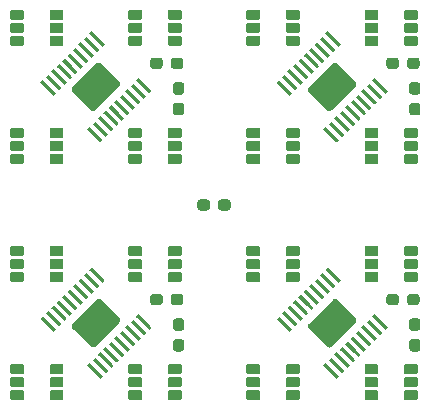
<source format=gtp>
%TF.GenerationSoftware,KiCad,Pcbnew,5.99.0-unknown-652a59b78~104~ubuntu20.04.1*%
%TF.CreationDate,2020-09-21T15:47:38+02:00*%
%TF.ProjectId,LEDBoard_4x4_16bit,4c454442-6f61-4726-945f-3478345f3136,4.0.0*%
%TF.SameCoordinates,Original*%
%TF.FileFunction,Paste,Top*%
%TF.FilePolarity,Positive*%
%FSLAX46Y46*%
G04 Gerber Fmt 4.6, Leading zero omitted, Abs format (unit mm)*
G04 Created by KiCad (PCBNEW 5.99.0-unknown-652a59b78~104~ubuntu20.04.1) date 2020-09-21 15:47:38*
%MOMM*%
%LPD*%
G01*
G04 APERTURE LIST*
G04 APERTURE END LIST*
%TO.C,D4.4*%
G36*
G01*
X86100000Y-82240000D02*
X86100000Y-81560000D01*
G75*
G02*
X86185000Y-81475000I85000J0D01*
G01*
X87165000Y-81475000D01*
G75*
G02*
X87250000Y-81560000I0J-85000D01*
G01*
X87250000Y-82240000D01*
G75*
G02*
X87165000Y-82325000I-85000J0D01*
G01*
X86185000Y-82325000D01*
G75*
G02*
X86100000Y-82240000I0J85000D01*
G01*
G37*
G36*
G01*
X86100000Y-83340000D02*
X86100000Y-82660000D01*
G75*
G02*
X86185000Y-82575000I85000J0D01*
G01*
X87165000Y-82575000D01*
G75*
G02*
X87250000Y-82660000I0J-85000D01*
G01*
X87250000Y-83340000D01*
G75*
G02*
X87165000Y-83425000I-85000J0D01*
G01*
X86185000Y-83425000D01*
G75*
G02*
X86100000Y-83340000I0J85000D01*
G01*
G37*
G36*
G01*
X86100000Y-84440000D02*
X86100000Y-83760000D01*
G75*
G02*
X86185000Y-83675000I85000J0D01*
G01*
X87165000Y-83675000D01*
G75*
G02*
X87250000Y-83760000I0J-85000D01*
G01*
X87250000Y-84440000D01*
G75*
G02*
X87165000Y-84525000I-85000J0D01*
G01*
X86185000Y-84525000D01*
G75*
G02*
X86100000Y-84440000I0J85000D01*
G01*
G37*
G36*
G01*
X82750000Y-82240000D02*
X82750000Y-81560000D01*
G75*
G02*
X82835000Y-81475000I85000J0D01*
G01*
X83815000Y-81475000D01*
G75*
G02*
X83900000Y-81560000I0J-85000D01*
G01*
X83900000Y-82240000D01*
G75*
G02*
X83815000Y-82325000I-85000J0D01*
G01*
X82835000Y-82325000D01*
G75*
G02*
X82750000Y-82240000I0J85000D01*
G01*
G37*
G36*
G01*
X82750000Y-84440000D02*
X82750000Y-83760000D01*
G75*
G02*
X82835000Y-83675000I85000J0D01*
G01*
X83815000Y-83675000D01*
G75*
G02*
X83900000Y-83760000I0J-85000D01*
G01*
X83900000Y-84440000D01*
G75*
G02*
X83815000Y-84525000I-85000J0D01*
G01*
X82835000Y-84525000D01*
G75*
G02*
X82750000Y-84440000I0J85000D01*
G01*
G37*
G36*
G01*
X82750000Y-83340000D02*
X82750000Y-82660000D01*
G75*
G02*
X82835000Y-82575000I85000J0D01*
G01*
X83815000Y-82575000D01*
G75*
G02*
X83900000Y-82660000I0J-85000D01*
G01*
X83900000Y-83340000D01*
G75*
G02*
X83815000Y-83425000I-85000J0D01*
G01*
X82835000Y-83425000D01*
G75*
G02*
X82750000Y-83340000I0J85000D01*
G01*
G37*
%TD*%
%TO.C,D4.3*%
G36*
G01*
X86100000Y-72240000D02*
X86100000Y-71560000D01*
G75*
G02*
X86185000Y-71475000I85000J0D01*
G01*
X87165000Y-71475000D01*
G75*
G02*
X87250000Y-71560000I0J-85000D01*
G01*
X87250000Y-72240000D01*
G75*
G02*
X87165000Y-72325000I-85000J0D01*
G01*
X86185000Y-72325000D01*
G75*
G02*
X86100000Y-72240000I0J85000D01*
G01*
G37*
G36*
G01*
X86100000Y-73340000D02*
X86100000Y-72660000D01*
G75*
G02*
X86185000Y-72575000I85000J0D01*
G01*
X87165000Y-72575000D01*
G75*
G02*
X87250000Y-72660000I0J-85000D01*
G01*
X87250000Y-73340000D01*
G75*
G02*
X87165000Y-73425000I-85000J0D01*
G01*
X86185000Y-73425000D01*
G75*
G02*
X86100000Y-73340000I0J85000D01*
G01*
G37*
G36*
G01*
X86100000Y-74440000D02*
X86100000Y-73760000D01*
G75*
G02*
X86185000Y-73675000I85000J0D01*
G01*
X87165000Y-73675000D01*
G75*
G02*
X87250000Y-73760000I0J-85000D01*
G01*
X87250000Y-74440000D01*
G75*
G02*
X87165000Y-74525000I-85000J0D01*
G01*
X86185000Y-74525000D01*
G75*
G02*
X86100000Y-74440000I0J85000D01*
G01*
G37*
G36*
G01*
X82750000Y-72240000D02*
X82750000Y-71560000D01*
G75*
G02*
X82835000Y-71475000I85000J0D01*
G01*
X83815000Y-71475000D01*
G75*
G02*
X83900000Y-71560000I0J-85000D01*
G01*
X83900000Y-72240000D01*
G75*
G02*
X83815000Y-72325000I-85000J0D01*
G01*
X82835000Y-72325000D01*
G75*
G02*
X82750000Y-72240000I0J85000D01*
G01*
G37*
G36*
G01*
X82750000Y-74440000D02*
X82750000Y-73760000D01*
G75*
G02*
X82835000Y-73675000I85000J0D01*
G01*
X83815000Y-73675000D01*
G75*
G02*
X83900000Y-73760000I0J-85000D01*
G01*
X83900000Y-74440000D01*
G75*
G02*
X83815000Y-74525000I-85000J0D01*
G01*
X82835000Y-74525000D01*
G75*
G02*
X82750000Y-74440000I0J85000D01*
G01*
G37*
G36*
G01*
X82750000Y-73340000D02*
X82750000Y-72660000D01*
G75*
G02*
X82835000Y-72575000I85000J0D01*
G01*
X83815000Y-72575000D01*
G75*
G02*
X83900000Y-72660000I0J-85000D01*
G01*
X83900000Y-73340000D01*
G75*
G02*
X83815000Y-73425000I-85000J0D01*
G01*
X82835000Y-73425000D01*
G75*
G02*
X82750000Y-73340000I0J85000D01*
G01*
G37*
%TD*%
%TO.C,D4.2*%
G36*
G01*
X86100000Y-62240000D02*
X86100000Y-61560000D01*
G75*
G02*
X86185000Y-61475000I85000J0D01*
G01*
X87165000Y-61475000D01*
G75*
G02*
X87250000Y-61560000I0J-85000D01*
G01*
X87250000Y-62240000D01*
G75*
G02*
X87165000Y-62325000I-85000J0D01*
G01*
X86185000Y-62325000D01*
G75*
G02*
X86100000Y-62240000I0J85000D01*
G01*
G37*
G36*
G01*
X86100000Y-63340000D02*
X86100000Y-62660000D01*
G75*
G02*
X86185000Y-62575000I85000J0D01*
G01*
X87165000Y-62575000D01*
G75*
G02*
X87250000Y-62660000I0J-85000D01*
G01*
X87250000Y-63340000D01*
G75*
G02*
X87165000Y-63425000I-85000J0D01*
G01*
X86185000Y-63425000D01*
G75*
G02*
X86100000Y-63340000I0J85000D01*
G01*
G37*
G36*
G01*
X86100000Y-64440000D02*
X86100000Y-63760000D01*
G75*
G02*
X86185000Y-63675000I85000J0D01*
G01*
X87165000Y-63675000D01*
G75*
G02*
X87250000Y-63760000I0J-85000D01*
G01*
X87250000Y-64440000D01*
G75*
G02*
X87165000Y-64525000I-85000J0D01*
G01*
X86185000Y-64525000D01*
G75*
G02*
X86100000Y-64440000I0J85000D01*
G01*
G37*
G36*
G01*
X82750000Y-62240000D02*
X82750000Y-61560000D01*
G75*
G02*
X82835000Y-61475000I85000J0D01*
G01*
X83815000Y-61475000D01*
G75*
G02*
X83900000Y-61560000I0J-85000D01*
G01*
X83900000Y-62240000D01*
G75*
G02*
X83815000Y-62325000I-85000J0D01*
G01*
X82835000Y-62325000D01*
G75*
G02*
X82750000Y-62240000I0J85000D01*
G01*
G37*
G36*
G01*
X82750000Y-64440000D02*
X82750000Y-63760000D01*
G75*
G02*
X82835000Y-63675000I85000J0D01*
G01*
X83815000Y-63675000D01*
G75*
G02*
X83900000Y-63760000I0J-85000D01*
G01*
X83900000Y-64440000D01*
G75*
G02*
X83815000Y-64525000I-85000J0D01*
G01*
X82835000Y-64525000D01*
G75*
G02*
X82750000Y-64440000I0J85000D01*
G01*
G37*
G36*
G01*
X82750000Y-63340000D02*
X82750000Y-62660000D01*
G75*
G02*
X82835000Y-62575000I85000J0D01*
G01*
X83815000Y-62575000D01*
G75*
G02*
X83900000Y-62660000I0J-85000D01*
G01*
X83900000Y-63340000D01*
G75*
G02*
X83815000Y-63425000I-85000J0D01*
G01*
X82835000Y-63425000D01*
G75*
G02*
X82750000Y-63340000I0J85000D01*
G01*
G37*
%TD*%
%TO.C,D4.1*%
G36*
G01*
X86100000Y-52240000D02*
X86100000Y-51560000D01*
G75*
G02*
X86185000Y-51475000I85000J0D01*
G01*
X87165000Y-51475000D01*
G75*
G02*
X87250000Y-51560000I0J-85000D01*
G01*
X87250000Y-52240000D01*
G75*
G02*
X87165000Y-52325000I-85000J0D01*
G01*
X86185000Y-52325000D01*
G75*
G02*
X86100000Y-52240000I0J85000D01*
G01*
G37*
G36*
G01*
X86100000Y-53340000D02*
X86100000Y-52660000D01*
G75*
G02*
X86185000Y-52575000I85000J0D01*
G01*
X87165000Y-52575000D01*
G75*
G02*
X87250000Y-52660000I0J-85000D01*
G01*
X87250000Y-53340000D01*
G75*
G02*
X87165000Y-53425000I-85000J0D01*
G01*
X86185000Y-53425000D01*
G75*
G02*
X86100000Y-53340000I0J85000D01*
G01*
G37*
G36*
G01*
X86100000Y-54440000D02*
X86100000Y-53760000D01*
G75*
G02*
X86185000Y-53675000I85000J0D01*
G01*
X87165000Y-53675000D01*
G75*
G02*
X87250000Y-53760000I0J-85000D01*
G01*
X87250000Y-54440000D01*
G75*
G02*
X87165000Y-54525000I-85000J0D01*
G01*
X86185000Y-54525000D01*
G75*
G02*
X86100000Y-54440000I0J85000D01*
G01*
G37*
G36*
G01*
X82750000Y-52240000D02*
X82750000Y-51560000D01*
G75*
G02*
X82835000Y-51475000I85000J0D01*
G01*
X83815000Y-51475000D01*
G75*
G02*
X83900000Y-51560000I0J-85000D01*
G01*
X83900000Y-52240000D01*
G75*
G02*
X83815000Y-52325000I-85000J0D01*
G01*
X82835000Y-52325000D01*
G75*
G02*
X82750000Y-52240000I0J85000D01*
G01*
G37*
G36*
G01*
X82750000Y-54440000D02*
X82750000Y-53760000D01*
G75*
G02*
X82835000Y-53675000I85000J0D01*
G01*
X83815000Y-53675000D01*
G75*
G02*
X83900000Y-53760000I0J-85000D01*
G01*
X83900000Y-54440000D01*
G75*
G02*
X83815000Y-54525000I-85000J0D01*
G01*
X82835000Y-54525000D01*
G75*
G02*
X82750000Y-54440000I0J85000D01*
G01*
G37*
G36*
G01*
X82750000Y-53340000D02*
X82750000Y-52660000D01*
G75*
G02*
X82835000Y-52575000I85000J0D01*
G01*
X83815000Y-52575000D01*
G75*
G02*
X83900000Y-52660000I0J-85000D01*
G01*
X83900000Y-53340000D01*
G75*
G02*
X83815000Y-53425000I-85000J0D01*
G01*
X82835000Y-53425000D01*
G75*
G02*
X82750000Y-53340000I0J85000D01*
G01*
G37*
%TD*%
%TO.C,D3.4*%
G36*
G01*
X76100000Y-82240000D02*
X76100000Y-81560000D01*
G75*
G02*
X76185000Y-81475000I85000J0D01*
G01*
X77165000Y-81475000D01*
G75*
G02*
X77250000Y-81560000I0J-85000D01*
G01*
X77250000Y-82240000D01*
G75*
G02*
X77165000Y-82325000I-85000J0D01*
G01*
X76185000Y-82325000D01*
G75*
G02*
X76100000Y-82240000I0J85000D01*
G01*
G37*
G36*
G01*
X76100000Y-83340000D02*
X76100000Y-82660000D01*
G75*
G02*
X76185000Y-82575000I85000J0D01*
G01*
X77165000Y-82575000D01*
G75*
G02*
X77250000Y-82660000I0J-85000D01*
G01*
X77250000Y-83340000D01*
G75*
G02*
X77165000Y-83425000I-85000J0D01*
G01*
X76185000Y-83425000D01*
G75*
G02*
X76100000Y-83340000I0J85000D01*
G01*
G37*
G36*
G01*
X76100000Y-84440000D02*
X76100000Y-83760000D01*
G75*
G02*
X76185000Y-83675000I85000J0D01*
G01*
X77165000Y-83675000D01*
G75*
G02*
X77250000Y-83760000I0J-85000D01*
G01*
X77250000Y-84440000D01*
G75*
G02*
X77165000Y-84525000I-85000J0D01*
G01*
X76185000Y-84525000D01*
G75*
G02*
X76100000Y-84440000I0J85000D01*
G01*
G37*
G36*
G01*
X72750000Y-82240000D02*
X72750000Y-81560000D01*
G75*
G02*
X72835000Y-81475000I85000J0D01*
G01*
X73815000Y-81475000D01*
G75*
G02*
X73900000Y-81560000I0J-85000D01*
G01*
X73900000Y-82240000D01*
G75*
G02*
X73815000Y-82325000I-85000J0D01*
G01*
X72835000Y-82325000D01*
G75*
G02*
X72750000Y-82240000I0J85000D01*
G01*
G37*
G36*
G01*
X72750000Y-84440000D02*
X72750000Y-83760000D01*
G75*
G02*
X72835000Y-83675000I85000J0D01*
G01*
X73815000Y-83675000D01*
G75*
G02*
X73900000Y-83760000I0J-85000D01*
G01*
X73900000Y-84440000D01*
G75*
G02*
X73815000Y-84525000I-85000J0D01*
G01*
X72835000Y-84525000D01*
G75*
G02*
X72750000Y-84440000I0J85000D01*
G01*
G37*
G36*
G01*
X72750000Y-83340000D02*
X72750000Y-82660000D01*
G75*
G02*
X72835000Y-82575000I85000J0D01*
G01*
X73815000Y-82575000D01*
G75*
G02*
X73900000Y-82660000I0J-85000D01*
G01*
X73900000Y-83340000D01*
G75*
G02*
X73815000Y-83425000I-85000J0D01*
G01*
X72835000Y-83425000D01*
G75*
G02*
X72750000Y-83340000I0J85000D01*
G01*
G37*
%TD*%
%TO.C,D3.3*%
G36*
G01*
X76100000Y-72240000D02*
X76100000Y-71560000D01*
G75*
G02*
X76185000Y-71475000I85000J0D01*
G01*
X77165000Y-71475000D01*
G75*
G02*
X77250000Y-71560000I0J-85000D01*
G01*
X77250000Y-72240000D01*
G75*
G02*
X77165000Y-72325000I-85000J0D01*
G01*
X76185000Y-72325000D01*
G75*
G02*
X76100000Y-72240000I0J85000D01*
G01*
G37*
G36*
G01*
X76100000Y-73340000D02*
X76100000Y-72660000D01*
G75*
G02*
X76185000Y-72575000I85000J0D01*
G01*
X77165000Y-72575000D01*
G75*
G02*
X77250000Y-72660000I0J-85000D01*
G01*
X77250000Y-73340000D01*
G75*
G02*
X77165000Y-73425000I-85000J0D01*
G01*
X76185000Y-73425000D01*
G75*
G02*
X76100000Y-73340000I0J85000D01*
G01*
G37*
G36*
G01*
X76100000Y-74440000D02*
X76100000Y-73760000D01*
G75*
G02*
X76185000Y-73675000I85000J0D01*
G01*
X77165000Y-73675000D01*
G75*
G02*
X77250000Y-73760000I0J-85000D01*
G01*
X77250000Y-74440000D01*
G75*
G02*
X77165000Y-74525000I-85000J0D01*
G01*
X76185000Y-74525000D01*
G75*
G02*
X76100000Y-74440000I0J85000D01*
G01*
G37*
G36*
G01*
X72750000Y-72240000D02*
X72750000Y-71560000D01*
G75*
G02*
X72835000Y-71475000I85000J0D01*
G01*
X73815000Y-71475000D01*
G75*
G02*
X73900000Y-71560000I0J-85000D01*
G01*
X73900000Y-72240000D01*
G75*
G02*
X73815000Y-72325000I-85000J0D01*
G01*
X72835000Y-72325000D01*
G75*
G02*
X72750000Y-72240000I0J85000D01*
G01*
G37*
G36*
G01*
X72750000Y-74440000D02*
X72750000Y-73760000D01*
G75*
G02*
X72835000Y-73675000I85000J0D01*
G01*
X73815000Y-73675000D01*
G75*
G02*
X73900000Y-73760000I0J-85000D01*
G01*
X73900000Y-74440000D01*
G75*
G02*
X73815000Y-74525000I-85000J0D01*
G01*
X72835000Y-74525000D01*
G75*
G02*
X72750000Y-74440000I0J85000D01*
G01*
G37*
G36*
G01*
X72750000Y-73340000D02*
X72750000Y-72660000D01*
G75*
G02*
X72835000Y-72575000I85000J0D01*
G01*
X73815000Y-72575000D01*
G75*
G02*
X73900000Y-72660000I0J-85000D01*
G01*
X73900000Y-73340000D01*
G75*
G02*
X73815000Y-73425000I-85000J0D01*
G01*
X72835000Y-73425000D01*
G75*
G02*
X72750000Y-73340000I0J85000D01*
G01*
G37*
%TD*%
%TO.C,D3.2*%
G36*
G01*
X76100000Y-62240000D02*
X76100000Y-61560000D01*
G75*
G02*
X76185000Y-61475000I85000J0D01*
G01*
X77165000Y-61475000D01*
G75*
G02*
X77250000Y-61560000I0J-85000D01*
G01*
X77250000Y-62240000D01*
G75*
G02*
X77165000Y-62325000I-85000J0D01*
G01*
X76185000Y-62325000D01*
G75*
G02*
X76100000Y-62240000I0J85000D01*
G01*
G37*
G36*
G01*
X76100000Y-63340000D02*
X76100000Y-62660000D01*
G75*
G02*
X76185000Y-62575000I85000J0D01*
G01*
X77165000Y-62575000D01*
G75*
G02*
X77250000Y-62660000I0J-85000D01*
G01*
X77250000Y-63340000D01*
G75*
G02*
X77165000Y-63425000I-85000J0D01*
G01*
X76185000Y-63425000D01*
G75*
G02*
X76100000Y-63340000I0J85000D01*
G01*
G37*
G36*
G01*
X76100000Y-64440000D02*
X76100000Y-63760000D01*
G75*
G02*
X76185000Y-63675000I85000J0D01*
G01*
X77165000Y-63675000D01*
G75*
G02*
X77250000Y-63760000I0J-85000D01*
G01*
X77250000Y-64440000D01*
G75*
G02*
X77165000Y-64525000I-85000J0D01*
G01*
X76185000Y-64525000D01*
G75*
G02*
X76100000Y-64440000I0J85000D01*
G01*
G37*
G36*
G01*
X72750000Y-62240000D02*
X72750000Y-61560000D01*
G75*
G02*
X72835000Y-61475000I85000J0D01*
G01*
X73815000Y-61475000D01*
G75*
G02*
X73900000Y-61560000I0J-85000D01*
G01*
X73900000Y-62240000D01*
G75*
G02*
X73815000Y-62325000I-85000J0D01*
G01*
X72835000Y-62325000D01*
G75*
G02*
X72750000Y-62240000I0J85000D01*
G01*
G37*
G36*
G01*
X72750000Y-64440000D02*
X72750000Y-63760000D01*
G75*
G02*
X72835000Y-63675000I85000J0D01*
G01*
X73815000Y-63675000D01*
G75*
G02*
X73900000Y-63760000I0J-85000D01*
G01*
X73900000Y-64440000D01*
G75*
G02*
X73815000Y-64525000I-85000J0D01*
G01*
X72835000Y-64525000D01*
G75*
G02*
X72750000Y-64440000I0J85000D01*
G01*
G37*
G36*
G01*
X72750000Y-63340000D02*
X72750000Y-62660000D01*
G75*
G02*
X72835000Y-62575000I85000J0D01*
G01*
X73815000Y-62575000D01*
G75*
G02*
X73900000Y-62660000I0J-85000D01*
G01*
X73900000Y-63340000D01*
G75*
G02*
X73815000Y-63425000I-85000J0D01*
G01*
X72835000Y-63425000D01*
G75*
G02*
X72750000Y-63340000I0J85000D01*
G01*
G37*
%TD*%
%TO.C,D3.1*%
G36*
G01*
X76100000Y-52240000D02*
X76100000Y-51560000D01*
G75*
G02*
X76185000Y-51475000I85000J0D01*
G01*
X77165000Y-51475000D01*
G75*
G02*
X77250000Y-51560000I0J-85000D01*
G01*
X77250000Y-52240000D01*
G75*
G02*
X77165000Y-52325000I-85000J0D01*
G01*
X76185000Y-52325000D01*
G75*
G02*
X76100000Y-52240000I0J85000D01*
G01*
G37*
G36*
G01*
X76100000Y-53340000D02*
X76100000Y-52660000D01*
G75*
G02*
X76185000Y-52575000I85000J0D01*
G01*
X77165000Y-52575000D01*
G75*
G02*
X77250000Y-52660000I0J-85000D01*
G01*
X77250000Y-53340000D01*
G75*
G02*
X77165000Y-53425000I-85000J0D01*
G01*
X76185000Y-53425000D01*
G75*
G02*
X76100000Y-53340000I0J85000D01*
G01*
G37*
G36*
G01*
X76100000Y-54440000D02*
X76100000Y-53760000D01*
G75*
G02*
X76185000Y-53675000I85000J0D01*
G01*
X77165000Y-53675000D01*
G75*
G02*
X77250000Y-53760000I0J-85000D01*
G01*
X77250000Y-54440000D01*
G75*
G02*
X77165000Y-54525000I-85000J0D01*
G01*
X76185000Y-54525000D01*
G75*
G02*
X76100000Y-54440000I0J85000D01*
G01*
G37*
G36*
G01*
X72750000Y-52240000D02*
X72750000Y-51560000D01*
G75*
G02*
X72835000Y-51475000I85000J0D01*
G01*
X73815000Y-51475000D01*
G75*
G02*
X73900000Y-51560000I0J-85000D01*
G01*
X73900000Y-52240000D01*
G75*
G02*
X73815000Y-52325000I-85000J0D01*
G01*
X72835000Y-52325000D01*
G75*
G02*
X72750000Y-52240000I0J85000D01*
G01*
G37*
G36*
G01*
X72750000Y-54440000D02*
X72750000Y-53760000D01*
G75*
G02*
X72835000Y-53675000I85000J0D01*
G01*
X73815000Y-53675000D01*
G75*
G02*
X73900000Y-53760000I0J-85000D01*
G01*
X73900000Y-54440000D01*
G75*
G02*
X73815000Y-54525000I-85000J0D01*
G01*
X72835000Y-54525000D01*
G75*
G02*
X72750000Y-54440000I0J85000D01*
G01*
G37*
G36*
G01*
X72750000Y-53340000D02*
X72750000Y-52660000D01*
G75*
G02*
X72835000Y-52575000I85000J0D01*
G01*
X73815000Y-52575000D01*
G75*
G02*
X73900000Y-52660000I0J-85000D01*
G01*
X73900000Y-53340000D01*
G75*
G02*
X73815000Y-53425000I-85000J0D01*
G01*
X72835000Y-53425000D01*
G75*
G02*
X72750000Y-53340000I0J85000D01*
G01*
G37*
%TD*%
%TO.C,D2.4*%
G36*
G01*
X66100000Y-82240000D02*
X66100000Y-81560000D01*
G75*
G02*
X66185000Y-81475000I85000J0D01*
G01*
X67165000Y-81475000D01*
G75*
G02*
X67250000Y-81560000I0J-85000D01*
G01*
X67250000Y-82240000D01*
G75*
G02*
X67165000Y-82325000I-85000J0D01*
G01*
X66185000Y-82325000D01*
G75*
G02*
X66100000Y-82240000I0J85000D01*
G01*
G37*
G36*
G01*
X66100000Y-83340000D02*
X66100000Y-82660000D01*
G75*
G02*
X66185000Y-82575000I85000J0D01*
G01*
X67165000Y-82575000D01*
G75*
G02*
X67250000Y-82660000I0J-85000D01*
G01*
X67250000Y-83340000D01*
G75*
G02*
X67165000Y-83425000I-85000J0D01*
G01*
X66185000Y-83425000D01*
G75*
G02*
X66100000Y-83340000I0J85000D01*
G01*
G37*
G36*
G01*
X66100000Y-84440000D02*
X66100000Y-83760000D01*
G75*
G02*
X66185000Y-83675000I85000J0D01*
G01*
X67165000Y-83675000D01*
G75*
G02*
X67250000Y-83760000I0J-85000D01*
G01*
X67250000Y-84440000D01*
G75*
G02*
X67165000Y-84525000I-85000J0D01*
G01*
X66185000Y-84525000D01*
G75*
G02*
X66100000Y-84440000I0J85000D01*
G01*
G37*
G36*
G01*
X62750000Y-82240000D02*
X62750000Y-81560000D01*
G75*
G02*
X62835000Y-81475000I85000J0D01*
G01*
X63815000Y-81475000D01*
G75*
G02*
X63900000Y-81560000I0J-85000D01*
G01*
X63900000Y-82240000D01*
G75*
G02*
X63815000Y-82325000I-85000J0D01*
G01*
X62835000Y-82325000D01*
G75*
G02*
X62750000Y-82240000I0J85000D01*
G01*
G37*
G36*
G01*
X62750000Y-84440000D02*
X62750000Y-83760000D01*
G75*
G02*
X62835000Y-83675000I85000J0D01*
G01*
X63815000Y-83675000D01*
G75*
G02*
X63900000Y-83760000I0J-85000D01*
G01*
X63900000Y-84440000D01*
G75*
G02*
X63815000Y-84525000I-85000J0D01*
G01*
X62835000Y-84525000D01*
G75*
G02*
X62750000Y-84440000I0J85000D01*
G01*
G37*
G36*
G01*
X62750000Y-83340000D02*
X62750000Y-82660000D01*
G75*
G02*
X62835000Y-82575000I85000J0D01*
G01*
X63815000Y-82575000D01*
G75*
G02*
X63900000Y-82660000I0J-85000D01*
G01*
X63900000Y-83340000D01*
G75*
G02*
X63815000Y-83425000I-85000J0D01*
G01*
X62835000Y-83425000D01*
G75*
G02*
X62750000Y-83340000I0J85000D01*
G01*
G37*
%TD*%
%TO.C,D2.3*%
G36*
G01*
X66100000Y-72240000D02*
X66100000Y-71560000D01*
G75*
G02*
X66185000Y-71475000I85000J0D01*
G01*
X67165000Y-71475000D01*
G75*
G02*
X67250000Y-71560000I0J-85000D01*
G01*
X67250000Y-72240000D01*
G75*
G02*
X67165000Y-72325000I-85000J0D01*
G01*
X66185000Y-72325000D01*
G75*
G02*
X66100000Y-72240000I0J85000D01*
G01*
G37*
G36*
G01*
X66100000Y-73340000D02*
X66100000Y-72660000D01*
G75*
G02*
X66185000Y-72575000I85000J0D01*
G01*
X67165000Y-72575000D01*
G75*
G02*
X67250000Y-72660000I0J-85000D01*
G01*
X67250000Y-73340000D01*
G75*
G02*
X67165000Y-73425000I-85000J0D01*
G01*
X66185000Y-73425000D01*
G75*
G02*
X66100000Y-73340000I0J85000D01*
G01*
G37*
G36*
G01*
X66100000Y-74440000D02*
X66100000Y-73760000D01*
G75*
G02*
X66185000Y-73675000I85000J0D01*
G01*
X67165000Y-73675000D01*
G75*
G02*
X67250000Y-73760000I0J-85000D01*
G01*
X67250000Y-74440000D01*
G75*
G02*
X67165000Y-74525000I-85000J0D01*
G01*
X66185000Y-74525000D01*
G75*
G02*
X66100000Y-74440000I0J85000D01*
G01*
G37*
G36*
G01*
X62750000Y-72240000D02*
X62750000Y-71560000D01*
G75*
G02*
X62835000Y-71475000I85000J0D01*
G01*
X63815000Y-71475000D01*
G75*
G02*
X63900000Y-71560000I0J-85000D01*
G01*
X63900000Y-72240000D01*
G75*
G02*
X63815000Y-72325000I-85000J0D01*
G01*
X62835000Y-72325000D01*
G75*
G02*
X62750000Y-72240000I0J85000D01*
G01*
G37*
G36*
G01*
X62750000Y-74440000D02*
X62750000Y-73760000D01*
G75*
G02*
X62835000Y-73675000I85000J0D01*
G01*
X63815000Y-73675000D01*
G75*
G02*
X63900000Y-73760000I0J-85000D01*
G01*
X63900000Y-74440000D01*
G75*
G02*
X63815000Y-74525000I-85000J0D01*
G01*
X62835000Y-74525000D01*
G75*
G02*
X62750000Y-74440000I0J85000D01*
G01*
G37*
G36*
G01*
X62750000Y-73340000D02*
X62750000Y-72660000D01*
G75*
G02*
X62835000Y-72575000I85000J0D01*
G01*
X63815000Y-72575000D01*
G75*
G02*
X63900000Y-72660000I0J-85000D01*
G01*
X63900000Y-73340000D01*
G75*
G02*
X63815000Y-73425000I-85000J0D01*
G01*
X62835000Y-73425000D01*
G75*
G02*
X62750000Y-73340000I0J85000D01*
G01*
G37*
%TD*%
%TO.C,D2.2*%
G36*
G01*
X66100000Y-62240000D02*
X66100000Y-61560000D01*
G75*
G02*
X66185000Y-61475000I85000J0D01*
G01*
X67165000Y-61475000D01*
G75*
G02*
X67250000Y-61560000I0J-85000D01*
G01*
X67250000Y-62240000D01*
G75*
G02*
X67165000Y-62325000I-85000J0D01*
G01*
X66185000Y-62325000D01*
G75*
G02*
X66100000Y-62240000I0J85000D01*
G01*
G37*
G36*
G01*
X66100000Y-63340000D02*
X66100000Y-62660000D01*
G75*
G02*
X66185000Y-62575000I85000J0D01*
G01*
X67165000Y-62575000D01*
G75*
G02*
X67250000Y-62660000I0J-85000D01*
G01*
X67250000Y-63340000D01*
G75*
G02*
X67165000Y-63425000I-85000J0D01*
G01*
X66185000Y-63425000D01*
G75*
G02*
X66100000Y-63340000I0J85000D01*
G01*
G37*
G36*
G01*
X66100000Y-64440000D02*
X66100000Y-63760000D01*
G75*
G02*
X66185000Y-63675000I85000J0D01*
G01*
X67165000Y-63675000D01*
G75*
G02*
X67250000Y-63760000I0J-85000D01*
G01*
X67250000Y-64440000D01*
G75*
G02*
X67165000Y-64525000I-85000J0D01*
G01*
X66185000Y-64525000D01*
G75*
G02*
X66100000Y-64440000I0J85000D01*
G01*
G37*
G36*
G01*
X62750000Y-62240000D02*
X62750000Y-61560000D01*
G75*
G02*
X62835000Y-61475000I85000J0D01*
G01*
X63815000Y-61475000D01*
G75*
G02*
X63900000Y-61560000I0J-85000D01*
G01*
X63900000Y-62240000D01*
G75*
G02*
X63815000Y-62325000I-85000J0D01*
G01*
X62835000Y-62325000D01*
G75*
G02*
X62750000Y-62240000I0J85000D01*
G01*
G37*
G36*
G01*
X62750000Y-64440000D02*
X62750000Y-63760000D01*
G75*
G02*
X62835000Y-63675000I85000J0D01*
G01*
X63815000Y-63675000D01*
G75*
G02*
X63900000Y-63760000I0J-85000D01*
G01*
X63900000Y-64440000D01*
G75*
G02*
X63815000Y-64525000I-85000J0D01*
G01*
X62835000Y-64525000D01*
G75*
G02*
X62750000Y-64440000I0J85000D01*
G01*
G37*
G36*
G01*
X62750000Y-63340000D02*
X62750000Y-62660000D01*
G75*
G02*
X62835000Y-62575000I85000J0D01*
G01*
X63815000Y-62575000D01*
G75*
G02*
X63900000Y-62660000I0J-85000D01*
G01*
X63900000Y-63340000D01*
G75*
G02*
X63815000Y-63425000I-85000J0D01*
G01*
X62835000Y-63425000D01*
G75*
G02*
X62750000Y-63340000I0J85000D01*
G01*
G37*
%TD*%
%TO.C,D2.1*%
G36*
G01*
X66100000Y-52240000D02*
X66100000Y-51560000D01*
G75*
G02*
X66185000Y-51475000I85000J0D01*
G01*
X67165000Y-51475000D01*
G75*
G02*
X67250000Y-51560000I0J-85000D01*
G01*
X67250000Y-52240000D01*
G75*
G02*
X67165000Y-52325000I-85000J0D01*
G01*
X66185000Y-52325000D01*
G75*
G02*
X66100000Y-52240000I0J85000D01*
G01*
G37*
G36*
G01*
X66100000Y-53340000D02*
X66100000Y-52660000D01*
G75*
G02*
X66185000Y-52575000I85000J0D01*
G01*
X67165000Y-52575000D01*
G75*
G02*
X67250000Y-52660000I0J-85000D01*
G01*
X67250000Y-53340000D01*
G75*
G02*
X67165000Y-53425000I-85000J0D01*
G01*
X66185000Y-53425000D01*
G75*
G02*
X66100000Y-53340000I0J85000D01*
G01*
G37*
G36*
G01*
X66100000Y-54440000D02*
X66100000Y-53760000D01*
G75*
G02*
X66185000Y-53675000I85000J0D01*
G01*
X67165000Y-53675000D01*
G75*
G02*
X67250000Y-53760000I0J-85000D01*
G01*
X67250000Y-54440000D01*
G75*
G02*
X67165000Y-54525000I-85000J0D01*
G01*
X66185000Y-54525000D01*
G75*
G02*
X66100000Y-54440000I0J85000D01*
G01*
G37*
G36*
G01*
X62750000Y-52240000D02*
X62750000Y-51560000D01*
G75*
G02*
X62835000Y-51475000I85000J0D01*
G01*
X63815000Y-51475000D01*
G75*
G02*
X63900000Y-51560000I0J-85000D01*
G01*
X63900000Y-52240000D01*
G75*
G02*
X63815000Y-52325000I-85000J0D01*
G01*
X62835000Y-52325000D01*
G75*
G02*
X62750000Y-52240000I0J85000D01*
G01*
G37*
G36*
G01*
X62750000Y-54440000D02*
X62750000Y-53760000D01*
G75*
G02*
X62835000Y-53675000I85000J0D01*
G01*
X63815000Y-53675000D01*
G75*
G02*
X63900000Y-53760000I0J-85000D01*
G01*
X63900000Y-54440000D01*
G75*
G02*
X63815000Y-54525000I-85000J0D01*
G01*
X62835000Y-54525000D01*
G75*
G02*
X62750000Y-54440000I0J85000D01*
G01*
G37*
G36*
G01*
X62750000Y-53340000D02*
X62750000Y-52660000D01*
G75*
G02*
X62835000Y-52575000I85000J0D01*
G01*
X63815000Y-52575000D01*
G75*
G02*
X63900000Y-52660000I0J-85000D01*
G01*
X63900000Y-53340000D01*
G75*
G02*
X63815000Y-53425000I-85000J0D01*
G01*
X62835000Y-53425000D01*
G75*
G02*
X62750000Y-53340000I0J85000D01*
G01*
G37*
%TD*%
%TO.C,D1.4*%
G36*
G01*
X56100000Y-82240000D02*
X56100000Y-81560000D01*
G75*
G02*
X56185000Y-81475000I85000J0D01*
G01*
X57165000Y-81475000D01*
G75*
G02*
X57250000Y-81560000I0J-85000D01*
G01*
X57250000Y-82240000D01*
G75*
G02*
X57165000Y-82325000I-85000J0D01*
G01*
X56185000Y-82325000D01*
G75*
G02*
X56100000Y-82240000I0J85000D01*
G01*
G37*
G36*
G01*
X56100000Y-83340000D02*
X56100000Y-82660000D01*
G75*
G02*
X56185000Y-82575000I85000J0D01*
G01*
X57165000Y-82575000D01*
G75*
G02*
X57250000Y-82660000I0J-85000D01*
G01*
X57250000Y-83340000D01*
G75*
G02*
X57165000Y-83425000I-85000J0D01*
G01*
X56185000Y-83425000D01*
G75*
G02*
X56100000Y-83340000I0J85000D01*
G01*
G37*
G36*
G01*
X56100000Y-84440000D02*
X56100000Y-83760000D01*
G75*
G02*
X56185000Y-83675000I85000J0D01*
G01*
X57165000Y-83675000D01*
G75*
G02*
X57250000Y-83760000I0J-85000D01*
G01*
X57250000Y-84440000D01*
G75*
G02*
X57165000Y-84525000I-85000J0D01*
G01*
X56185000Y-84525000D01*
G75*
G02*
X56100000Y-84440000I0J85000D01*
G01*
G37*
G36*
G01*
X52750000Y-82240000D02*
X52750000Y-81560000D01*
G75*
G02*
X52835000Y-81475000I85000J0D01*
G01*
X53815000Y-81475000D01*
G75*
G02*
X53900000Y-81560000I0J-85000D01*
G01*
X53900000Y-82240000D01*
G75*
G02*
X53815000Y-82325000I-85000J0D01*
G01*
X52835000Y-82325000D01*
G75*
G02*
X52750000Y-82240000I0J85000D01*
G01*
G37*
G36*
G01*
X52750000Y-84440000D02*
X52750000Y-83760000D01*
G75*
G02*
X52835000Y-83675000I85000J0D01*
G01*
X53815000Y-83675000D01*
G75*
G02*
X53900000Y-83760000I0J-85000D01*
G01*
X53900000Y-84440000D01*
G75*
G02*
X53815000Y-84525000I-85000J0D01*
G01*
X52835000Y-84525000D01*
G75*
G02*
X52750000Y-84440000I0J85000D01*
G01*
G37*
G36*
G01*
X52750000Y-83340000D02*
X52750000Y-82660000D01*
G75*
G02*
X52835000Y-82575000I85000J0D01*
G01*
X53815000Y-82575000D01*
G75*
G02*
X53900000Y-82660000I0J-85000D01*
G01*
X53900000Y-83340000D01*
G75*
G02*
X53815000Y-83425000I-85000J0D01*
G01*
X52835000Y-83425000D01*
G75*
G02*
X52750000Y-83340000I0J85000D01*
G01*
G37*
%TD*%
%TO.C,D1.3*%
G36*
G01*
X56100000Y-72240000D02*
X56100000Y-71560000D01*
G75*
G02*
X56185000Y-71475000I85000J0D01*
G01*
X57165000Y-71475000D01*
G75*
G02*
X57250000Y-71560000I0J-85000D01*
G01*
X57250000Y-72240000D01*
G75*
G02*
X57165000Y-72325000I-85000J0D01*
G01*
X56185000Y-72325000D01*
G75*
G02*
X56100000Y-72240000I0J85000D01*
G01*
G37*
G36*
G01*
X56100000Y-73340000D02*
X56100000Y-72660000D01*
G75*
G02*
X56185000Y-72575000I85000J0D01*
G01*
X57165000Y-72575000D01*
G75*
G02*
X57250000Y-72660000I0J-85000D01*
G01*
X57250000Y-73340000D01*
G75*
G02*
X57165000Y-73425000I-85000J0D01*
G01*
X56185000Y-73425000D01*
G75*
G02*
X56100000Y-73340000I0J85000D01*
G01*
G37*
G36*
G01*
X56100000Y-74440000D02*
X56100000Y-73760000D01*
G75*
G02*
X56185000Y-73675000I85000J0D01*
G01*
X57165000Y-73675000D01*
G75*
G02*
X57250000Y-73760000I0J-85000D01*
G01*
X57250000Y-74440000D01*
G75*
G02*
X57165000Y-74525000I-85000J0D01*
G01*
X56185000Y-74525000D01*
G75*
G02*
X56100000Y-74440000I0J85000D01*
G01*
G37*
G36*
G01*
X52750000Y-72240000D02*
X52750000Y-71560000D01*
G75*
G02*
X52835000Y-71475000I85000J0D01*
G01*
X53815000Y-71475000D01*
G75*
G02*
X53900000Y-71560000I0J-85000D01*
G01*
X53900000Y-72240000D01*
G75*
G02*
X53815000Y-72325000I-85000J0D01*
G01*
X52835000Y-72325000D01*
G75*
G02*
X52750000Y-72240000I0J85000D01*
G01*
G37*
G36*
G01*
X52750000Y-74440000D02*
X52750000Y-73760000D01*
G75*
G02*
X52835000Y-73675000I85000J0D01*
G01*
X53815000Y-73675000D01*
G75*
G02*
X53900000Y-73760000I0J-85000D01*
G01*
X53900000Y-74440000D01*
G75*
G02*
X53815000Y-74525000I-85000J0D01*
G01*
X52835000Y-74525000D01*
G75*
G02*
X52750000Y-74440000I0J85000D01*
G01*
G37*
G36*
G01*
X52750000Y-73340000D02*
X52750000Y-72660000D01*
G75*
G02*
X52835000Y-72575000I85000J0D01*
G01*
X53815000Y-72575000D01*
G75*
G02*
X53900000Y-72660000I0J-85000D01*
G01*
X53900000Y-73340000D01*
G75*
G02*
X53815000Y-73425000I-85000J0D01*
G01*
X52835000Y-73425000D01*
G75*
G02*
X52750000Y-73340000I0J85000D01*
G01*
G37*
%TD*%
%TO.C,D1.2*%
G36*
G01*
X56100000Y-62240000D02*
X56100000Y-61560000D01*
G75*
G02*
X56185000Y-61475000I85000J0D01*
G01*
X57165000Y-61475000D01*
G75*
G02*
X57250000Y-61560000I0J-85000D01*
G01*
X57250000Y-62240000D01*
G75*
G02*
X57165000Y-62325000I-85000J0D01*
G01*
X56185000Y-62325000D01*
G75*
G02*
X56100000Y-62240000I0J85000D01*
G01*
G37*
G36*
G01*
X56100000Y-63340000D02*
X56100000Y-62660000D01*
G75*
G02*
X56185000Y-62575000I85000J0D01*
G01*
X57165000Y-62575000D01*
G75*
G02*
X57250000Y-62660000I0J-85000D01*
G01*
X57250000Y-63340000D01*
G75*
G02*
X57165000Y-63425000I-85000J0D01*
G01*
X56185000Y-63425000D01*
G75*
G02*
X56100000Y-63340000I0J85000D01*
G01*
G37*
G36*
G01*
X56100000Y-64440000D02*
X56100000Y-63760000D01*
G75*
G02*
X56185000Y-63675000I85000J0D01*
G01*
X57165000Y-63675000D01*
G75*
G02*
X57250000Y-63760000I0J-85000D01*
G01*
X57250000Y-64440000D01*
G75*
G02*
X57165000Y-64525000I-85000J0D01*
G01*
X56185000Y-64525000D01*
G75*
G02*
X56100000Y-64440000I0J85000D01*
G01*
G37*
G36*
G01*
X52750000Y-62240000D02*
X52750000Y-61560000D01*
G75*
G02*
X52835000Y-61475000I85000J0D01*
G01*
X53815000Y-61475000D01*
G75*
G02*
X53900000Y-61560000I0J-85000D01*
G01*
X53900000Y-62240000D01*
G75*
G02*
X53815000Y-62325000I-85000J0D01*
G01*
X52835000Y-62325000D01*
G75*
G02*
X52750000Y-62240000I0J85000D01*
G01*
G37*
G36*
G01*
X52750000Y-64440000D02*
X52750000Y-63760000D01*
G75*
G02*
X52835000Y-63675000I85000J0D01*
G01*
X53815000Y-63675000D01*
G75*
G02*
X53900000Y-63760000I0J-85000D01*
G01*
X53900000Y-64440000D01*
G75*
G02*
X53815000Y-64525000I-85000J0D01*
G01*
X52835000Y-64525000D01*
G75*
G02*
X52750000Y-64440000I0J85000D01*
G01*
G37*
G36*
G01*
X52750000Y-63340000D02*
X52750000Y-62660000D01*
G75*
G02*
X52835000Y-62575000I85000J0D01*
G01*
X53815000Y-62575000D01*
G75*
G02*
X53900000Y-62660000I0J-85000D01*
G01*
X53900000Y-63340000D01*
G75*
G02*
X53815000Y-63425000I-85000J0D01*
G01*
X52835000Y-63425000D01*
G75*
G02*
X52750000Y-63340000I0J85000D01*
G01*
G37*
%TD*%
%TO.C,D1.1*%
G36*
G01*
X56100000Y-52240000D02*
X56100000Y-51560000D01*
G75*
G02*
X56185000Y-51475000I85000J0D01*
G01*
X57165000Y-51475000D01*
G75*
G02*
X57250000Y-51560000I0J-85000D01*
G01*
X57250000Y-52240000D01*
G75*
G02*
X57165000Y-52325000I-85000J0D01*
G01*
X56185000Y-52325000D01*
G75*
G02*
X56100000Y-52240000I0J85000D01*
G01*
G37*
G36*
G01*
X56100000Y-53340000D02*
X56100000Y-52660000D01*
G75*
G02*
X56185000Y-52575000I85000J0D01*
G01*
X57165000Y-52575000D01*
G75*
G02*
X57250000Y-52660000I0J-85000D01*
G01*
X57250000Y-53340000D01*
G75*
G02*
X57165000Y-53425000I-85000J0D01*
G01*
X56185000Y-53425000D01*
G75*
G02*
X56100000Y-53340000I0J85000D01*
G01*
G37*
G36*
G01*
X56100000Y-54440000D02*
X56100000Y-53760000D01*
G75*
G02*
X56185000Y-53675000I85000J0D01*
G01*
X57165000Y-53675000D01*
G75*
G02*
X57250000Y-53760000I0J-85000D01*
G01*
X57250000Y-54440000D01*
G75*
G02*
X57165000Y-54525000I-85000J0D01*
G01*
X56185000Y-54525000D01*
G75*
G02*
X56100000Y-54440000I0J85000D01*
G01*
G37*
G36*
G01*
X52750000Y-52240000D02*
X52750000Y-51560000D01*
G75*
G02*
X52835000Y-51475000I85000J0D01*
G01*
X53815000Y-51475000D01*
G75*
G02*
X53900000Y-51560000I0J-85000D01*
G01*
X53900000Y-52240000D01*
G75*
G02*
X53815000Y-52325000I-85000J0D01*
G01*
X52835000Y-52325000D01*
G75*
G02*
X52750000Y-52240000I0J85000D01*
G01*
G37*
G36*
G01*
X52750000Y-54440000D02*
X52750000Y-53760000D01*
G75*
G02*
X52835000Y-53675000I85000J0D01*
G01*
X53815000Y-53675000D01*
G75*
G02*
X53900000Y-53760000I0J-85000D01*
G01*
X53900000Y-54440000D01*
G75*
G02*
X53815000Y-54525000I-85000J0D01*
G01*
X52835000Y-54525000D01*
G75*
G02*
X52750000Y-54440000I0J85000D01*
G01*
G37*
G36*
G01*
X52750000Y-53340000D02*
X52750000Y-52660000D01*
G75*
G02*
X52835000Y-52575000I85000J0D01*
G01*
X53815000Y-52575000D01*
G75*
G02*
X53900000Y-52660000I0J-85000D01*
G01*
X53900000Y-53340000D01*
G75*
G02*
X53815000Y-53425000I-85000J0D01*
G01*
X52835000Y-53425000D01*
G75*
G02*
X52750000Y-53340000I0J85000D01*
G01*
G37*
%TD*%
%TO.C,C1*%
G36*
G01*
X67237500Y-58650000D02*
X66762500Y-58650000D01*
G75*
G02*
X66525000Y-58412500I0J237500D01*
G01*
X66525000Y-57837500D01*
G75*
G02*
X66762500Y-57600000I237500J0D01*
G01*
X67237500Y-57600000D01*
G75*
G02*
X67475000Y-57837500I0J-237500D01*
G01*
X67475000Y-58412500D01*
G75*
G02*
X67237500Y-58650000I-237500J0D01*
G01*
G37*
G36*
G01*
X67237500Y-60400000D02*
X66762500Y-60400000D01*
G75*
G02*
X66525000Y-60162500I0J237500D01*
G01*
X66525000Y-59587500D01*
G75*
G02*
X66762500Y-59350000I237500J0D01*
G01*
X67237500Y-59350000D01*
G75*
G02*
X67475000Y-59587500I0J-237500D01*
G01*
X67475000Y-60162500D01*
G75*
G02*
X67237500Y-60400000I-237500J0D01*
G01*
G37*
%TD*%
%TO.C,C2*%
G36*
G01*
X87237500Y-58650000D02*
X86762500Y-58650000D01*
G75*
G02*
X86525000Y-58412500I0J237500D01*
G01*
X86525000Y-57837500D01*
G75*
G02*
X86762500Y-57600000I237500J0D01*
G01*
X87237500Y-57600000D01*
G75*
G02*
X87475000Y-57837500I0J-237500D01*
G01*
X87475000Y-58412500D01*
G75*
G02*
X87237500Y-58650000I-237500J0D01*
G01*
G37*
G36*
G01*
X87237500Y-60400000D02*
X86762500Y-60400000D01*
G75*
G02*
X86525000Y-60162500I0J237500D01*
G01*
X86525000Y-59587500D01*
G75*
G02*
X86762500Y-59350000I237500J0D01*
G01*
X87237500Y-59350000D01*
G75*
G02*
X87475000Y-59587500I0J-237500D01*
G01*
X87475000Y-60162500D01*
G75*
G02*
X87237500Y-60400000I-237500J0D01*
G01*
G37*
%TD*%
%TO.C,C3*%
G36*
G01*
X67237500Y-78650000D02*
X66762500Y-78650000D01*
G75*
G02*
X66525000Y-78412500I0J237500D01*
G01*
X66525000Y-77837500D01*
G75*
G02*
X66762500Y-77600000I237500J0D01*
G01*
X67237500Y-77600000D01*
G75*
G02*
X67475000Y-77837500I0J-237500D01*
G01*
X67475000Y-78412500D01*
G75*
G02*
X67237500Y-78650000I-237500J0D01*
G01*
G37*
G36*
G01*
X67237500Y-80400000D02*
X66762500Y-80400000D01*
G75*
G02*
X66525000Y-80162500I0J237500D01*
G01*
X66525000Y-79587500D01*
G75*
G02*
X66762500Y-79350000I237500J0D01*
G01*
X67237500Y-79350000D01*
G75*
G02*
X67475000Y-79587500I0J-237500D01*
G01*
X67475000Y-80162500D01*
G75*
G02*
X67237500Y-80400000I-237500J0D01*
G01*
G37*
%TD*%
%TO.C,C4*%
G36*
G01*
X87237500Y-78650000D02*
X86762500Y-78650000D01*
G75*
G02*
X86525000Y-78412500I0J237500D01*
G01*
X86525000Y-77837500D01*
G75*
G02*
X86762500Y-77600000I237500J0D01*
G01*
X87237500Y-77600000D01*
G75*
G02*
X87475000Y-77837500I0J-237500D01*
G01*
X87475000Y-78412500D01*
G75*
G02*
X87237500Y-78650000I-237500J0D01*
G01*
G37*
G36*
G01*
X87237500Y-80400000D02*
X86762500Y-80400000D01*
G75*
G02*
X86525000Y-80162500I0J237500D01*
G01*
X86525000Y-79587500D01*
G75*
G02*
X86762500Y-79350000I237500J0D01*
G01*
X87237500Y-79350000D01*
G75*
G02*
X87475000Y-79587500I0J-237500D01*
G01*
X87475000Y-80162500D01*
G75*
G02*
X87237500Y-80400000I-237500J0D01*
G01*
G37*
%TD*%
%TO.C,C5*%
G36*
G01*
X69650000Y-67762500D02*
X69650000Y-68237500D01*
G75*
G02*
X69412500Y-68475000I-237500J0D01*
G01*
X68837500Y-68475000D01*
G75*
G02*
X68600000Y-68237500I0J237500D01*
G01*
X68600000Y-67762500D01*
G75*
G02*
X68837500Y-67525000I237500J0D01*
G01*
X69412500Y-67525000D01*
G75*
G02*
X69650000Y-67762500I0J-237500D01*
G01*
G37*
G36*
G01*
X71400000Y-67762500D02*
X71400000Y-68237500D01*
G75*
G02*
X71162500Y-68475000I-237500J0D01*
G01*
X70587500Y-68475000D01*
G75*
G02*
X70350000Y-68237500I0J237500D01*
G01*
X70350000Y-67762500D01*
G75*
G02*
X70587500Y-67525000I237500J0D01*
G01*
X71162500Y-67525000D01*
G75*
G02*
X71400000Y-67762500I0J-237500D01*
G01*
G37*
%TD*%
%TO.C,R2*%
G36*
G01*
X86350000Y-56237500D02*
X86350000Y-55762500D01*
G75*
G02*
X86587500Y-55525000I237500J0D01*
G01*
X87162500Y-55525000D01*
G75*
G02*
X87400000Y-55762500I0J-237500D01*
G01*
X87400000Y-56237500D01*
G75*
G02*
X87162500Y-56475000I-237500J0D01*
G01*
X86587500Y-56475000D01*
G75*
G02*
X86350000Y-56237500I0J237500D01*
G01*
G37*
G36*
G01*
X84600000Y-56237500D02*
X84600000Y-55762500D01*
G75*
G02*
X84837500Y-55525000I237500J0D01*
G01*
X85412500Y-55525000D01*
G75*
G02*
X85650000Y-55762500I0J-237500D01*
G01*
X85650000Y-56237500D01*
G75*
G02*
X85412500Y-56475000I-237500J0D01*
G01*
X84837500Y-56475000D01*
G75*
G02*
X84600000Y-56237500I0J237500D01*
G01*
G37*
%TD*%
%TO.C,R3*%
G36*
G01*
X66350000Y-76237500D02*
X66350000Y-75762500D01*
G75*
G02*
X66587500Y-75525000I237500J0D01*
G01*
X67162500Y-75525000D01*
G75*
G02*
X67400000Y-75762500I0J-237500D01*
G01*
X67400000Y-76237500D01*
G75*
G02*
X67162500Y-76475000I-237500J0D01*
G01*
X66587500Y-76475000D01*
G75*
G02*
X66350000Y-76237500I0J237500D01*
G01*
G37*
G36*
G01*
X64600000Y-76237500D02*
X64600000Y-75762500D01*
G75*
G02*
X64837500Y-75525000I237500J0D01*
G01*
X65412500Y-75525000D01*
G75*
G02*
X65650000Y-75762500I0J-237500D01*
G01*
X65650000Y-76237500D01*
G75*
G02*
X65412500Y-76475000I-237500J0D01*
G01*
X64837500Y-76475000D01*
G75*
G02*
X64600000Y-76237500I0J237500D01*
G01*
G37*
%TD*%
%TO.C,R4*%
G36*
G01*
X86350000Y-76237500D02*
X86350000Y-75762500D01*
G75*
G02*
X86587500Y-75525000I237500J0D01*
G01*
X87162500Y-75525000D01*
G75*
G02*
X87400000Y-75762500I0J-237500D01*
G01*
X87400000Y-76237500D01*
G75*
G02*
X87162500Y-76475000I-237500J0D01*
G01*
X86587500Y-76475000D01*
G75*
G02*
X86350000Y-76237500I0J237500D01*
G01*
G37*
G36*
G01*
X84600000Y-76237500D02*
X84600000Y-75762500D01*
G75*
G02*
X84837500Y-75525000I237500J0D01*
G01*
X85412500Y-75525000D01*
G75*
G02*
X85650000Y-75762500I0J-237500D01*
G01*
X85650000Y-76237500D01*
G75*
G02*
X85412500Y-76475000I-237500J0D01*
G01*
X84837500Y-76475000D01*
G75*
G02*
X84600000Y-76237500I0J237500D01*
G01*
G37*
%TD*%
%TO.C,R1*%
G36*
G01*
X66350000Y-56237500D02*
X66350000Y-55762500D01*
G75*
G02*
X66587500Y-55525000I237500J0D01*
G01*
X67162500Y-55525000D01*
G75*
G02*
X67400000Y-55762500I0J-237500D01*
G01*
X67400000Y-56237500D01*
G75*
G02*
X67162500Y-56475000I-237500J0D01*
G01*
X66587500Y-56475000D01*
G75*
G02*
X66350000Y-56237500I0J237500D01*
G01*
G37*
G36*
G01*
X64600000Y-56237500D02*
X64600000Y-55762500D01*
G75*
G02*
X64837500Y-55525000I237500J0D01*
G01*
X65412500Y-55525000D01*
G75*
G02*
X65650000Y-55762500I0J-237500D01*
G01*
X65650000Y-56237500D01*
G75*
G02*
X65412500Y-56475000I-237500J0D01*
G01*
X64837500Y-56475000D01*
G75*
G02*
X64600000Y-56237500I0J237500D01*
G01*
G37*
%TD*%
%TO.C,U1*%
G36*
G01*
X58009495Y-58045962D02*
X60045962Y-56009495D01*
G75*
G02*
X60434870Y-56009495I194454J-194454D01*
G01*
X61990505Y-57565130D01*
G75*
G02*
X61990505Y-57954038I-194454J-194454D01*
G01*
X59954038Y-59990505D01*
G75*
G02*
X59565130Y-59990505I-194454J194454D01*
G01*
X58009495Y-58434870D01*
G75*
G02*
X58009495Y-58045962I194454J194454D01*
G01*
G37*
G36*
G01*
X59437850Y-53470982D02*
X59607556Y-53301276D01*
G75*
G02*
X59649982Y-53301276I21213J-21213D01*
G01*
X60738926Y-54390220D01*
G75*
G02*
X60738926Y-54432646I-21213J-21213D01*
G01*
X60569220Y-54602352D01*
G75*
G02*
X60526794Y-54602352I-21213J21213D01*
G01*
X59437850Y-53513408D01*
G75*
G02*
X59437850Y-53470982I21213J21213D01*
G01*
G37*
G36*
G01*
X58978231Y-53930601D02*
X59147937Y-53760895D01*
G75*
G02*
X59190363Y-53760895I21213J-21213D01*
G01*
X60279307Y-54849839D01*
G75*
G02*
X60279307Y-54892265I-21213J-21213D01*
G01*
X60109601Y-55061971D01*
G75*
G02*
X60067175Y-55061971I-21213J21213D01*
G01*
X58978231Y-53973027D01*
G75*
G02*
X58978231Y-53930601I21213J21213D01*
G01*
G37*
G36*
G01*
X58518612Y-54390220D02*
X58688318Y-54220514D01*
G75*
G02*
X58730744Y-54220514I21213J-21213D01*
G01*
X59819688Y-55309458D01*
G75*
G02*
X59819688Y-55351884I-21213J-21213D01*
G01*
X59649982Y-55521590D01*
G75*
G02*
X59607556Y-55521590I-21213J21213D01*
G01*
X58518612Y-54432646D01*
G75*
G02*
X58518612Y-54390220I21213J21213D01*
G01*
G37*
G36*
G01*
X58058992Y-54849840D02*
X58228698Y-54680134D01*
G75*
G02*
X58271124Y-54680134I21213J-21213D01*
G01*
X59360068Y-55769078D01*
G75*
G02*
X59360068Y-55811504I-21213J-21213D01*
G01*
X59190362Y-55981210D01*
G75*
G02*
X59147936Y-55981210I-21213J21213D01*
G01*
X58058992Y-54892266D01*
G75*
G02*
X58058992Y-54849840I21213J21213D01*
G01*
G37*
G36*
G01*
X57599373Y-55309459D02*
X57769079Y-55139753D01*
G75*
G02*
X57811505Y-55139753I21213J-21213D01*
G01*
X58900449Y-56228697D01*
G75*
G02*
X58900449Y-56271123I-21213J-21213D01*
G01*
X58730743Y-56440829D01*
G75*
G02*
X58688317Y-56440829I-21213J21213D01*
G01*
X57599373Y-55351885D01*
G75*
G02*
X57599373Y-55309459I21213J21213D01*
G01*
G37*
G36*
G01*
X57139753Y-55769079D02*
X57309459Y-55599373D01*
G75*
G02*
X57351885Y-55599373I21213J-21213D01*
G01*
X58440829Y-56688317D01*
G75*
G02*
X58440829Y-56730743I-21213J-21213D01*
G01*
X58271123Y-56900449D01*
G75*
G02*
X58228697Y-56900449I-21213J21213D01*
G01*
X57139753Y-55811505D01*
G75*
G02*
X57139753Y-55769079I21213J21213D01*
G01*
G37*
G36*
G01*
X56680134Y-56228698D02*
X56849840Y-56058992D01*
G75*
G02*
X56892266Y-56058992I21213J-21213D01*
G01*
X57981210Y-57147936D01*
G75*
G02*
X57981210Y-57190362I-21213J-21213D01*
G01*
X57811504Y-57360068D01*
G75*
G02*
X57769078Y-57360068I-21213J21213D01*
G01*
X56680134Y-56271124D01*
G75*
G02*
X56680134Y-56228698I21213J21213D01*
G01*
G37*
G36*
G01*
X56220514Y-56688318D02*
X56390220Y-56518612D01*
G75*
G02*
X56432646Y-56518612I21213J-21213D01*
G01*
X57521590Y-57607556D01*
G75*
G02*
X57521590Y-57649982I-21213J-21213D01*
G01*
X57351884Y-57819688D01*
G75*
G02*
X57309458Y-57819688I-21213J21213D01*
G01*
X56220514Y-56730744D01*
G75*
G02*
X56220514Y-56688318I21213J21213D01*
G01*
G37*
G36*
G01*
X55760895Y-57147937D02*
X55930601Y-56978231D01*
G75*
G02*
X55973027Y-56978231I21213J-21213D01*
G01*
X57061971Y-58067175D01*
G75*
G02*
X57061971Y-58109601I-21213J-21213D01*
G01*
X56892265Y-58279307D01*
G75*
G02*
X56849839Y-58279307I-21213J21213D01*
G01*
X55760895Y-57190363D01*
G75*
G02*
X55760895Y-57147937I21213J21213D01*
G01*
G37*
G36*
G01*
X55301276Y-57607556D02*
X55470982Y-57437850D01*
G75*
G02*
X55513408Y-57437850I21213J-21213D01*
G01*
X56602352Y-58526794D01*
G75*
G02*
X56602352Y-58569220I-21213J-21213D01*
G01*
X56432646Y-58738926D01*
G75*
G02*
X56390220Y-58738926I-21213J21213D01*
G01*
X55301276Y-57649982D01*
G75*
G02*
X55301276Y-57607556I21213J21213D01*
G01*
G37*
G36*
G01*
X59261074Y-61567354D02*
X59430780Y-61397648D01*
G75*
G02*
X59473206Y-61397648I21213J-21213D01*
G01*
X60562150Y-62486592D01*
G75*
G02*
X60562150Y-62529018I-21213J-21213D01*
G01*
X60392444Y-62698724D01*
G75*
G02*
X60350018Y-62698724I-21213J21213D01*
G01*
X59261074Y-61609780D01*
G75*
G02*
X59261074Y-61567354I21213J21213D01*
G01*
G37*
G36*
G01*
X59720693Y-61107735D02*
X59890399Y-60938029D01*
G75*
G02*
X59932825Y-60938029I21213J-21213D01*
G01*
X61021769Y-62026973D01*
G75*
G02*
X61021769Y-62069399I-21213J-21213D01*
G01*
X60852063Y-62239105D01*
G75*
G02*
X60809637Y-62239105I-21213J21213D01*
G01*
X59720693Y-61150161D01*
G75*
G02*
X59720693Y-61107735I21213J21213D01*
G01*
G37*
G36*
G01*
X60180312Y-60648116D02*
X60350018Y-60478410D01*
G75*
G02*
X60392444Y-60478410I21213J-21213D01*
G01*
X61481388Y-61567354D01*
G75*
G02*
X61481388Y-61609780I-21213J-21213D01*
G01*
X61311682Y-61779486D01*
G75*
G02*
X61269256Y-61779486I-21213J21213D01*
G01*
X60180312Y-60690542D01*
G75*
G02*
X60180312Y-60648116I21213J21213D01*
G01*
G37*
G36*
G01*
X60639932Y-60188496D02*
X60809638Y-60018790D01*
G75*
G02*
X60852064Y-60018790I21213J-21213D01*
G01*
X61941008Y-61107734D01*
G75*
G02*
X61941008Y-61150160I-21213J-21213D01*
G01*
X61771302Y-61319866D01*
G75*
G02*
X61728876Y-61319866I-21213J21213D01*
G01*
X60639932Y-60230922D01*
G75*
G02*
X60639932Y-60188496I21213J21213D01*
G01*
G37*
G36*
G01*
X61099551Y-59728877D02*
X61269257Y-59559171D01*
G75*
G02*
X61311683Y-59559171I21213J-21213D01*
G01*
X62400627Y-60648115D01*
G75*
G02*
X62400627Y-60690541I-21213J-21213D01*
G01*
X62230921Y-60860247D01*
G75*
G02*
X62188495Y-60860247I-21213J21213D01*
G01*
X61099551Y-59771303D01*
G75*
G02*
X61099551Y-59728877I21213J21213D01*
G01*
G37*
G36*
G01*
X61559171Y-59269257D02*
X61728877Y-59099551D01*
G75*
G02*
X61771303Y-59099551I21213J-21213D01*
G01*
X62860247Y-60188495D01*
G75*
G02*
X62860247Y-60230921I-21213J-21213D01*
G01*
X62690541Y-60400627D01*
G75*
G02*
X62648115Y-60400627I-21213J21213D01*
G01*
X61559171Y-59311683D01*
G75*
G02*
X61559171Y-59269257I21213J21213D01*
G01*
G37*
G36*
G01*
X62018790Y-58809638D02*
X62188496Y-58639932D01*
G75*
G02*
X62230922Y-58639932I21213J-21213D01*
G01*
X63319866Y-59728876D01*
G75*
G02*
X63319866Y-59771302I-21213J-21213D01*
G01*
X63150160Y-59941008D01*
G75*
G02*
X63107734Y-59941008I-21213J21213D01*
G01*
X62018790Y-58852064D01*
G75*
G02*
X62018790Y-58809638I21213J21213D01*
G01*
G37*
G36*
G01*
X62478410Y-58350018D02*
X62648116Y-58180312D01*
G75*
G02*
X62690542Y-58180312I21213J-21213D01*
G01*
X63779486Y-59269256D01*
G75*
G02*
X63779486Y-59311682I-21213J-21213D01*
G01*
X63609780Y-59481388D01*
G75*
G02*
X63567354Y-59481388I-21213J21213D01*
G01*
X62478410Y-58392444D01*
G75*
G02*
X62478410Y-58350018I21213J21213D01*
G01*
G37*
G36*
G01*
X62938029Y-57890399D02*
X63107735Y-57720693D01*
G75*
G02*
X63150161Y-57720693I21213J-21213D01*
G01*
X64239105Y-58809637D01*
G75*
G02*
X64239105Y-58852063I-21213J-21213D01*
G01*
X64069399Y-59021769D01*
G75*
G02*
X64026973Y-59021769I-21213J21213D01*
G01*
X62938029Y-57932825D01*
G75*
G02*
X62938029Y-57890399I21213J21213D01*
G01*
G37*
G36*
G01*
X63397648Y-57430780D02*
X63567354Y-57261074D01*
G75*
G02*
X63609780Y-57261074I21213J-21213D01*
G01*
X64698724Y-58350018D01*
G75*
G02*
X64698724Y-58392444I-21213J-21213D01*
G01*
X64529018Y-58562150D01*
G75*
G02*
X64486592Y-58562150I-21213J21213D01*
G01*
X63397648Y-57473206D01*
G75*
G02*
X63397648Y-57430780I21213J21213D01*
G01*
G37*
%TD*%
%TO.C,U2*%
G36*
G01*
X78009495Y-58045962D02*
X80045962Y-56009495D01*
G75*
G02*
X80434870Y-56009495I194454J-194454D01*
G01*
X81990505Y-57565130D01*
G75*
G02*
X81990505Y-57954038I-194454J-194454D01*
G01*
X79954038Y-59990505D01*
G75*
G02*
X79565130Y-59990505I-194454J194454D01*
G01*
X78009495Y-58434870D01*
G75*
G02*
X78009495Y-58045962I194454J194454D01*
G01*
G37*
G36*
G01*
X79437850Y-53470982D02*
X79607556Y-53301276D01*
G75*
G02*
X79649982Y-53301276I21213J-21213D01*
G01*
X80738926Y-54390220D01*
G75*
G02*
X80738926Y-54432646I-21213J-21213D01*
G01*
X80569220Y-54602352D01*
G75*
G02*
X80526794Y-54602352I-21213J21213D01*
G01*
X79437850Y-53513408D01*
G75*
G02*
X79437850Y-53470982I21213J21213D01*
G01*
G37*
G36*
G01*
X78978231Y-53930601D02*
X79147937Y-53760895D01*
G75*
G02*
X79190363Y-53760895I21213J-21213D01*
G01*
X80279307Y-54849839D01*
G75*
G02*
X80279307Y-54892265I-21213J-21213D01*
G01*
X80109601Y-55061971D01*
G75*
G02*
X80067175Y-55061971I-21213J21213D01*
G01*
X78978231Y-53973027D01*
G75*
G02*
X78978231Y-53930601I21213J21213D01*
G01*
G37*
G36*
G01*
X78518612Y-54390220D02*
X78688318Y-54220514D01*
G75*
G02*
X78730744Y-54220514I21213J-21213D01*
G01*
X79819688Y-55309458D01*
G75*
G02*
X79819688Y-55351884I-21213J-21213D01*
G01*
X79649982Y-55521590D01*
G75*
G02*
X79607556Y-55521590I-21213J21213D01*
G01*
X78518612Y-54432646D01*
G75*
G02*
X78518612Y-54390220I21213J21213D01*
G01*
G37*
G36*
G01*
X78058992Y-54849840D02*
X78228698Y-54680134D01*
G75*
G02*
X78271124Y-54680134I21213J-21213D01*
G01*
X79360068Y-55769078D01*
G75*
G02*
X79360068Y-55811504I-21213J-21213D01*
G01*
X79190362Y-55981210D01*
G75*
G02*
X79147936Y-55981210I-21213J21213D01*
G01*
X78058992Y-54892266D01*
G75*
G02*
X78058992Y-54849840I21213J21213D01*
G01*
G37*
G36*
G01*
X77599373Y-55309459D02*
X77769079Y-55139753D01*
G75*
G02*
X77811505Y-55139753I21213J-21213D01*
G01*
X78900449Y-56228697D01*
G75*
G02*
X78900449Y-56271123I-21213J-21213D01*
G01*
X78730743Y-56440829D01*
G75*
G02*
X78688317Y-56440829I-21213J21213D01*
G01*
X77599373Y-55351885D01*
G75*
G02*
X77599373Y-55309459I21213J21213D01*
G01*
G37*
G36*
G01*
X77139753Y-55769079D02*
X77309459Y-55599373D01*
G75*
G02*
X77351885Y-55599373I21213J-21213D01*
G01*
X78440829Y-56688317D01*
G75*
G02*
X78440829Y-56730743I-21213J-21213D01*
G01*
X78271123Y-56900449D01*
G75*
G02*
X78228697Y-56900449I-21213J21213D01*
G01*
X77139753Y-55811505D01*
G75*
G02*
X77139753Y-55769079I21213J21213D01*
G01*
G37*
G36*
G01*
X76680134Y-56228698D02*
X76849840Y-56058992D01*
G75*
G02*
X76892266Y-56058992I21213J-21213D01*
G01*
X77981210Y-57147936D01*
G75*
G02*
X77981210Y-57190362I-21213J-21213D01*
G01*
X77811504Y-57360068D01*
G75*
G02*
X77769078Y-57360068I-21213J21213D01*
G01*
X76680134Y-56271124D01*
G75*
G02*
X76680134Y-56228698I21213J21213D01*
G01*
G37*
G36*
G01*
X76220514Y-56688318D02*
X76390220Y-56518612D01*
G75*
G02*
X76432646Y-56518612I21213J-21213D01*
G01*
X77521590Y-57607556D01*
G75*
G02*
X77521590Y-57649982I-21213J-21213D01*
G01*
X77351884Y-57819688D01*
G75*
G02*
X77309458Y-57819688I-21213J21213D01*
G01*
X76220514Y-56730744D01*
G75*
G02*
X76220514Y-56688318I21213J21213D01*
G01*
G37*
G36*
G01*
X75760895Y-57147937D02*
X75930601Y-56978231D01*
G75*
G02*
X75973027Y-56978231I21213J-21213D01*
G01*
X77061971Y-58067175D01*
G75*
G02*
X77061971Y-58109601I-21213J-21213D01*
G01*
X76892265Y-58279307D01*
G75*
G02*
X76849839Y-58279307I-21213J21213D01*
G01*
X75760895Y-57190363D01*
G75*
G02*
X75760895Y-57147937I21213J21213D01*
G01*
G37*
G36*
G01*
X75301276Y-57607556D02*
X75470982Y-57437850D01*
G75*
G02*
X75513408Y-57437850I21213J-21213D01*
G01*
X76602352Y-58526794D01*
G75*
G02*
X76602352Y-58569220I-21213J-21213D01*
G01*
X76432646Y-58738926D01*
G75*
G02*
X76390220Y-58738926I-21213J21213D01*
G01*
X75301276Y-57649982D01*
G75*
G02*
X75301276Y-57607556I21213J21213D01*
G01*
G37*
G36*
G01*
X79261074Y-61567354D02*
X79430780Y-61397648D01*
G75*
G02*
X79473206Y-61397648I21213J-21213D01*
G01*
X80562150Y-62486592D01*
G75*
G02*
X80562150Y-62529018I-21213J-21213D01*
G01*
X80392444Y-62698724D01*
G75*
G02*
X80350018Y-62698724I-21213J21213D01*
G01*
X79261074Y-61609780D01*
G75*
G02*
X79261074Y-61567354I21213J21213D01*
G01*
G37*
G36*
G01*
X79720693Y-61107735D02*
X79890399Y-60938029D01*
G75*
G02*
X79932825Y-60938029I21213J-21213D01*
G01*
X81021769Y-62026973D01*
G75*
G02*
X81021769Y-62069399I-21213J-21213D01*
G01*
X80852063Y-62239105D01*
G75*
G02*
X80809637Y-62239105I-21213J21213D01*
G01*
X79720693Y-61150161D01*
G75*
G02*
X79720693Y-61107735I21213J21213D01*
G01*
G37*
G36*
G01*
X80180312Y-60648116D02*
X80350018Y-60478410D01*
G75*
G02*
X80392444Y-60478410I21213J-21213D01*
G01*
X81481388Y-61567354D01*
G75*
G02*
X81481388Y-61609780I-21213J-21213D01*
G01*
X81311682Y-61779486D01*
G75*
G02*
X81269256Y-61779486I-21213J21213D01*
G01*
X80180312Y-60690542D01*
G75*
G02*
X80180312Y-60648116I21213J21213D01*
G01*
G37*
G36*
G01*
X80639932Y-60188496D02*
X80809638Y-60018790D01*
G75*
G02*
X80852064Y-60018790I21213J-21213D01*
G01*
X81941008Y-61107734D01*
G75*
G02*
X81941008Y-61150160I-21213J-21213D01*
G01*
X81771302Y-61319866D01*
G75*
G02*
X81728876Y-61319866I-21213J21213D01*
G01*
X80639932Y-60230922D01*
G75*
G02*
X80639932Y-60188496I21213J21213D01*
G01*
G37*
G36*
G01*
X81099551Y-59728877D02*
X81269257Y-59559171D01*
G75*
G02*
X81311683Y-59559171I21213J-21213D01*
G01*
X82400627Y-60648115D01*
G75*
G02*
X82400627Y-60690541I-21213J-21213D01*
G01*
X82230921Y-60860247D01*
G75*
G02*
X82188495Y-60860247I-21213J21213D01*
G01*
X81099551Y-59771303D01*
G75*
G02*
X81099551Y-59728877I21213J21213D01*
G01*
G37*
G36*
G01*
X81559171Y-59269257D02*
X81728877Y-59099551D01*
G75*
G02*
X81771303Y-59099551I21213J-21213D01*
G01*
X82860247Y-60188495D01*
G75*
G02*
X82860247Y-60230921I-21213J-21213D01*
G01*
X82690541Y-60400627D01*
G75*
G02*
X82648115Y-60400627I-21213J21213D01*
G01*
X81559171Y-59311683D01*
G75*
G02*
X81559171Y-59269257I21213J21213D01*
G01*
G37*
G36*
G01*
X82018790Y-58809638D02*
X82188496Y-58639932D01*
G75*
G02*
X82230922Y-58639932I21213J-21213D01*
G01*
X83319866Y-59728876D01*
G75*
G02*
X83319866Y-59771302I-21213J-21213D01*
G01*
X83150160Y-59941008D01*
G75*
G02*
X83107734Y-59941008I-21213J21213D01*
G01*
X82018790Y-58852064D01*
G75*
G02*
X82018790Y-58809638I21213J21213D01*
G01*
G37*
G36*
G01*
X82478410Y-58350018D02*
X82648116Y-58180312D01*
G75*
G02*
X82690542Y-58180312I21213J-21213D01*
G01*
X83779486Y-59269256D01*
G75*
G02*
X83779486Y-59311682I-21213J-21213D01*
G01*
X83609780Y-59481388D01*
G75*
G02*
X83567354Y-59481388I-21213J21213D01*
G01*
X82478410Y-58392444D01*
G75*
G02*
X82478410Y-58350018I21213J21213D01*
G01*
G37*
G36*
G01*
X82938029Y-57890399D02*
X83107735Y-57720693D01*
G75*
G02*
X83150161Y-57720693I21213J-21213D01*
G01*
X84239105Y-58809637D01*
G75*
G02*
X84239105Y-58852063I-21213J-21213D01*
G01*
X84069399Y-59021769D01*
G75*
G02*
X84026973Y-59021769I-21213J21213D01*
G01*
X82938029Y-57932825D01*
G75*
G02*
X82938029Y-57890399I21213J21213D01*
G01*
G37*
G36*
G01*
X83397648Y-57430780D02*
X83567354Y-57261074D01*
G75*
G02*
X83609780Y-57261074I21213J-21213D01*
G01*
X84698724Y-58350018D01*
G75*
G02*
X84698724Y-58392444I-21213J-21213D01*
G01*
X84529018Y-58562150D01*
G75*
G02*
X84486592Y-58562150I-21213J21213D01*
G01*
X83397648Y-57473206D01*
G75*
G02*
X83397648Y-57430780I21213J21213D01*
G01*
G37*
%TD*%
%TO.C,U3*%
G36*
G01*
X58009495Y-78045962D02*
X60045962Y-76009495D01*
G75*
G02*
X60434870Y-76009495I194454J-194454D01*
G01*
X61990505Y-77565130D01*
G75*
G02*
X61990505Y-77954038I-194454J-194454D01*
G01*
X59954038Y-79990505D01*
G75*
G02*
X59565130Y-79990505I-194454J194454D01*
G01*
X58009495Y-78434870D01*
G75*
G02*
X58009495Y-78045962I194454J194454D01*
G01*
G37*
G36*
G01*
X59437850Y-73470982D02*
X59607556Y-73301276D01*
G75*
G02*
X59649982Y-73301276I21213J-21213D01*
G01*
X60738926Y-74390220D01*
G75*
G02*
X60738926Y-74432646I-21213J-21213D01*
G01*
X60569220Y-74602352D01*
G75*
G02*
X60526794Y-74602352I-21213J21213D01*
G01*
X59437850Y-73513408D01*
G75*
G02*
X59437850Y-73470982I21213J21213D01*
G01*
G37*
G36*
G01*
X58978231Y-73930601D02*
X59147937Y-73760895D01*
G75*
G02*
X59190363Y-73760895I21213J-21213D01*
G01*
X60279307Y-74849839D01*
G75*
G02*
X60279307Y-74892265I-21213J-21213D01*
G01*
X60109601Y-75061971D01*
G75*
G02*
X60067175Y-75061971I-21213J21213D01*
G01*
X58978231Y-73973027D01*
G75*
G02*
X58978231Y-73930601I21213J21213D01*
G01*
G37*
G36*
G01*
X58518612Y-74390220D02*
X58688318Y-74220514D01*
G75*
G02*
X58730744Y-74220514I21213J-21213D01*
G01*
X59819688Y-75309458D01*
G75*
G02*
X59819688Y-75351884I-21213J-21213D01*
G01*
X59649982Y-75521590D01*
G75*
G02*
X59607556Y-75521590I-21213J21213D01*
G01*
X58518612Y-74432646D01*
G75*
G02*
X58518612Y-74390220I21213J21213D01*
G01*
G37*
G36*
G01*
X58058992Y-74849840D02*
X58228698Y-74680134D01*
G75*
G02*
X58271124Y-74680134I21213J-21213D01*
G01*
X59360068Y-75769078D01*
G75*
G02*
X59360068Y-75811504I-21213J-21213D01*
G01*
X59190362Y-75981210D01*
G75*
G02*
X59147936Y-75981210I-21213J21213D01*
G01*
X58058992Y-74892266D01*
G75*
G02*
X58058992Y-74849840I21213J21213D01*
G01*
G37*
G36*
G01*
X57599373Y-75309459D02*
X57769079Y-75139753D01*
G75*
G02*
X57811505Y-75139753I21213J-21213D01*
G01*
X58900449Y-76228697D01*
G75*
G02*
X58900449Y-76271123I-21213J-21213D01*
G01*
X58730743Y-76440829D01*
G75*
G02*
X58688317Y-76440829I-21213J21213D01*
G01*
X57599373Y-75351885D01*
G75*
G02*
X57599373Y-75309459I21213J21213D01*
G01*
G37*
G36*
G01*
X57139753Y-75769079D02*
X57309459Y-75599373D01*
G75*
G02*
X57351885Y-75599373I21213J-21213D01*
G01*
X58440829Y-76688317D01*
G75*
G02*
X58440829Y-76730743I-21213J-21213D01*
G01*
X58271123Y-76900449D01*
G75*
G02*
X58228697Y-76900449I-21213J21213D01*
G01*
X57139753Y-75811505D01*
G75*
G02*
X57139753Y-75769079I21213J21213D01*
G01*
G37*
G36*
G01*
X56680134Y-76228698D02*
X56849840Y-76058992D01*
G75*
G02*
X56892266Y-76058992I21213J-21213D01*
G01*
X57981210Y-77147936D01*
G75*
G02*
X57981210Y-77190362I-21213J-21213D01*
G01*
X57811504Y-77360068D01*
G75*
G02*
X57769078Y-77360068I-21213J21213D01*
G01*
X56680134Y-76271124D01*
G75*
G02*
X56680134Y-76228698I21213J21213D01*
G01*
G37*
G36*
G01*
X56220514Y-76688318D02*
X56390220Y-76518612D01*
G75*
G02*
X56432646Y-76518612I21213J-21213D01*
G01*
X57521590Y-77607556D01*
G75*
G02*
X57521590Y-77649982I-21213J-21213D01*
G01*
X57351884Y-77819688D01*
G75*
G02*
X57309458Y-77819688I-21213J21213D01*
G01*
X56220514Y-76730744D01*
G75*
G02*
X56220514Y-76688318I21213J21213D01*
G01*
G37*
G36*
G01*
X55760895Y-77147937D02*
X55930601Y-76978231D01*
G75*
G02*
X55973027Y-76978231I21213J-21213D01*
G01*
X57061971Y-78067175D01*
G75*
G02*
X57061971Y-78109601I-21213J-21213D01*
G01*
X56892265Y-78279307D01*
G75*
G02*
X56849839Y-78279307I-21213J21213D01*
G01*
X55760895Y-77190363D01*
G75*
G02*
X55760895Y-77147937I21213J21213D01*
G01*
G37*
G36*
G01*
X55301276Y-77607556D02*
X55470982Y-77437850D01*
G75*
G02*
X55513408Y-77437850I21213J-21213D01*
G01*
X56602352Y-78526794D01*
G75*
G02*
X56602352Y-78569220I-21213J-21213D01*
G01*
X56432646Y-78738926D01*
G75*
G02*
X56390220Y-78738926I-21213J21213D01*
G01*
X55301276Y-77649982D01*
G75*
G02*
X55301276Y-77607556I21213J21213D01*
G01*
G37*
G36*
G01*
X59261074Y-81567354D02*
X59430780Y-81397648D01*
G75*
G02*
X59473206Y-81397648I21213J-21213D01*
G01*
X60562150Y-82486592D01*
G75*
G02*
X60562150Y-82529018I-21213J-21213D01*
G01*
X60392444Y-82698724D01*
G75*
G02*
X60350018Y-82698724I-21213J21213D01*
G01*
X59261074Y-81609780D01*
G75*
G02*
X59261074Y-81567354I21213J21213D01*
G01*
G37*
G36*
G01*
X59720693Y-81107735D02*
X59890399Y-80938029D01*
G75*
G02*
X59932825Y-80938029I21213J-21213D01*
G01*
X61021769Y-82026973D01*
G75*
G02*
X61021769Y-82069399I-21213J-21213D01*
G01*
X60852063Y-82239105D01*
G75*
G02*
X60809637Y-82239105I-21213J21213D01*
G01*
X59720693Y-81150161D01*
G75*
G02*
X59720693Y-81107735I21213J21213D01*
G01*
G37*
G36*
G01*
X60180312Y-80648116D02*
X60350018Y-80478410D01*
G75*
G02*
X60392444Y-80478410I21213J-21213D01*
G01*
X61481388Y-81567354D01*
G75*
G02*
X61481388Y-81609780I-21213J-21213D01*
G01*
X61311682Y-81779486D01*
G75*
G02*
X61269256Y-81779486I-21213J21213D01*
G01*
X60180312Y-80690542D01*
G75*
G02*
X60180312Y-80648116I21213J21213D01*
G01*
G37*
G36*
G01*
X60639932Y-80188496D02*
X60809638Y-80018790D01*
G75*
G02*
X60852064Y-80018790I21213J-21213D01*
G01*
X61941008Y-81107734D01*
G75*
G02*
X61941008Y-81150160I-21213J-21213D01*
G01*
X61771302Y-81319866D01*
G75*
G02*
X61728876Y-81319866I-21213J21213D01*
G01*
X60639932Y-80230922D01*
G75*
G02*
X60639932Y-80188496I21213J21213D01*
G01*
G37*
G36*
G01*
X61099551Y-79728877D02*
X61269257Y-79559171D01*
G75*
G02*
X61311683Y-79559171I21213J-21213D01*
G01*
X62400627Y-80648115D01*
G75*
G02*
X62400627Y-80690541I-21213J-21213D01*
G01*
X62230921Y-80860247D01*
G75*
G02*
X62188495Y-80860247I-21213J21213D01*
G01*
X61099551Y-79771303D01*
G75*
G02*
X61099551Y-79728877I21213J21213D01*
G01*
G37*
G36*
G01*
X61559171Y-79269257D02*
X61728877Y-79099551D01*
G75*
G02*
X61771303Y-79099551I21213J-21213D01*
G01*
X62860247Y-80188495D01*
G75*
G02*
X62860247Y-80230921I-21213J-21213D01*
G01*
X62690541Y-80400627D01*
G75*
G02*
X62648115Y-80400627I-21213J21213D01*
G01*
X61559171Y-79311683D01*
G75*
G02*
X61559171Y-79269257I21213J21213D01*
G01*
G37*
G36*
G01*
X62018790Y-78809638D02*
X62188496Y-78639932D01*
G75*
G02*
X62230922Y-78639932I21213J-21213D01*
G01*
X63319866Y-79728876D01*
G75*
G02*
X63319866Y-79771302I-21213J-21213D01*
G01*
X63150160Y-79941008D01*
G75*
G02*
X63107734Y-79941008I-21213J21213D01*
G01*
X62018790Y-78852064D01*
G75*
G02*
X62018790Y-78809638I21213J21213D01*
G01*
G37*
G36*
G01*
X62478410Y-78350018D02*
X62648116Y-78180312D01*
G75*
G02*
X62690542Y-78180312I21213J-21213D01*
G01*
X63779486Y-79269256D01*
G75*
G02*
X63779486Y-79311682I-21213J-21213D01*
G01*
X63609780Y-79481388D01*
G75*
G02*
X63567354Y-79481388I-21213J21213D01*
G01*
X62478410Y-78392444D01*
G75*
G02*
X62478410Y-78350018I21213J21213D01*
G01*
G37*
G36*
G01*
X62938029Y-77890399D02*
X63107735Y-77720693D01*
G75*
G02*
X63150161Y-77720693I21213J-21213D01*
G01*
X64239105Y-78809637D01*
G75*
G02*
X64239105Y-78852063I-21213J-21213D01*
G01*
X64069399Y-79021769D01*
G75*
G02*
X64026973Y-79021769I-21213J21213D01*
G01*
X62938029Y-77932825D01*
G75*
G02*
X62938029Y-77890399I21213J21213D01*
G01*
G37*
G36*
G01*
X63397648Y-77430780D02*
X63567354Y-77261074D01*
G75*
G02*
X63609780Y-77261074I21213J-21213D01*
G01*
X64698724Y-78350018D01*
G75*
G02*
X64698724Y-78392444I-21213J-21213D01*
G01*
X64529018Y-78562150D01*
G75*
G02*
X64486592Y-78562150I-21213J21213D01*
G01*
X63397648Y-77473206D01*
G75*
G02*
X63397648Y-77430780I21213J21213D01*
G01*
G37*
%TD*%
%TO.C,U4*%
G36*
G01*
X78009495Y-78045962D02*
X80045962Y-76009495D01*
G75*
G02*
X80434870Y-76009495I194454J-194454D01*
G01*
X81990505Y-77565130D01*
G75*
G02*
X81990505Y-77954038I-194454J-194454D01*
G01*
X79954038Y-79990505D01*
G75*
G02*
X79565130Y-79990505I-194454J194454D01*
G01*
X78009495Y-78434870D01*
G75*
G02*
X78009495Y-78045962I194454J194454D01*
G01*
G37*
G36*
G01*
X79437850Y-73470982D02*
X79607556Y-73301276D01*
G75*
G02*
X79649982Y-73301276I21213J-21213D01*
G01*
X80738926Y-74390220D01*
G75*
G02*
X80738926Y-74432646I-21213J-21213D01*
G01*
X80569220Y-74602352D01*
G75*
G02*
X80526794Y-74602352I-21213J21213D01*
G01*
X79437850Y-73513408D01*
G75*
G02*
X79437850Y-73470982I21213J21213D01*
G01*
G37*
G36*
G01*
X78978231Y-73930601D02*
X79147937Y-73760895D01*
G75*
G02*
X79190363Y-73760895I21213J-21213D01*
G01*
X80279307Y-74849839D01*
G75*
G02*
X80279307Y-74892265I-21213J-21213D01*
G01*
X80109601Y-75061971D01*
G75*
G02*
X80067175Y-75061971I-21213J21213D01*
G01*
X78978231Y-73973027D01*
G75*
G02*
X78978231Y-73930601I21213J21213D01*
G01*
G37*
G36*
G01*
X78518612Y-74390220D02*
X78688318Y-74220514D01*
G75*
G02*
X78730744Y-74220514I21213J-21213D01*
G01*
X79819688Y-75309458D01*
G75*
G02*
X79819688Y-75351884I-21213J-21213D01*
G01*
X79649982Y-75521590D01*
G75*
G02*
X79607556Y-75521590I-21213J21213D01*
G01*
X78518612Y-74432646D01*
G75*
G02*
X78518612Y-74390220I21213J21213D01*
G01*
G37*
G36*
G01*
X78058992Y-74849840D02*
X78228698Y-74680134D01*
G75*
G02*
X78271124Y-74680134I21213J-21213D01*
G01*
X79360068Y-75769078D01*
G75*
G02*
X79360068Y-75811504I-21213J-21213D01*
G01*
X79190362Y-75981210D01*
G75*
G02*
X79147936Y-75981210I-21213J21213D01*
G01*
X78058992Y-74892266D01*
G75*
G02*
X78058992Y-74849840I21213J21213D01*
G01*
G37*
G36*
G01*
X77599373Y-75309459D02*
X77769079Y-75139753D01*
G75*
G02*
X77811505Y-75139753I21213J-21213D01*
G01*
X78900449Y-76228697D01*
G75*
G02*
X78900449Y-76271123I-21213J-21213D01*
G01*
X78730743Y-76440829D01*
G75*
G02*
X78688317Y-76440829I-21213J21213D01*
G01*
X77599373Y-75351885D01*
G75*
G02*
X77599373Y-75309459I21213J21213D01*
G01*
G37*
G36*
G01*
X77139753Y-75769079D02*
X77309459Y-75599373D01*
G75*
G02*
X77351885Y-75599373I21213J-21213D01*
G01*
X78440829Y-76688317D01*
G75*
G02*
X78440829Y-76730743I-21213J-21213D01*
G01*
X78271123Y-76900449D01*
G75*
G02*
X78228697Y-76900449I-21213J21213D01*
G01*
X77139753Y-75811505D01*
G75*
G02*
X77139753Y-75769079I21213J21213D01*
G01*
G37*
G36*
G01*
X76680134Y-76228698D02*
X76849840Y-76058992D01*
G75*
G02*
X76892266Y-76058992I21213J-21213D01*
G01*
X77981210Y-77147936D01*
G75*
G02*
X77981210Y-77190362I-21213J-21213D01*
G01*
X77811504Y-77360068D01*
G75*
G02*
X77769078Y-77360068I-21213J21213D01*
G01*
X76680134Y-76271124D01*
G75*
G02*
X76680134Y-76228698I21213J21213D01*
G01*
G37*
G36*
G01*
X76220514Y-76688318D02*
X76390220Y-76518612D01*
G75*
G02*
X76432646Y-76518612I21213J-21213D01*
G01*
X77521590Y-77607556D01*
G75*
G02*
X77521590Y-77649982I-21213J-21213D01*
G01*
X77351884Y-77819688D01*
G75*
G02*
X77309458Y-77819688I-21213J21213D01*
G01*
X76220514Y-76730744D01*
G75*
G02*
X76220514Y-76688318I21213J21213D01*
G01*
G37*
G36*
G01*
X75760895Y-77147937D02*
X75930601Y-76978231D01*
G75*
G02*
X75973027Y-76978231I21213J-21213D01*
G01*
X77061971Y-78067175D01*
G75*
G02*
X77061971Y-78109601I-21213J-21213D01*
G01*
X76892265Y-78279307D01*
G75*
G02*
X76849839Y-78279307I-21213J21213D01*
G01*
X75760895Y-77190363D01*
G75*
G02*
X75760895Y-77147937I21213J21213D01*
G01*
G37*
G36*
G01*
X75301276Y-77607556D02*
X75470982Y-77437850D01*
G75*
G02*
X75513408Y-77437850I21213J-21213D01*
G01*
X76602352Y-78526794D01*
G75*
G02*
X76602352Y-78569220I-21213J-21213D01*
G01*
X76432646Y-78738926D01*
G75*
G02*
X76390220Y-78738926I-21213J21213D01*
G01*
X75301276Y-77649982D01*
G75*
G02*
X75301276Y-77607556I21213J21213D01*
G01*
G37*
G36*
G01*
X79261074Y-81567354D02*
X79430780Y-81397648D01*
G75*
G02*
X79473206Y-81397648I21213J-21213D01*
G01*
X80562150Y-82486592D01*
G75*
G02*
X80562150Y-82529018I-21213J-21213D01*
G01*
X80392444Y-82698724D01*
G75*
G02*
X80350018Y-82698724I-21213J21213D01*
G01*
X79261074Y-81609780D01*
G75*
G02*
X79261074Y-81567354I21213J21213D01*
G01*
G37*
G36*
G01*
X79720693Y-81107735D02*
X79890399Y-80938029D01*
G75*
G02*
X79932825Y-80938029I21213J-21213D01*
G01*
X81021769Y-82026973D01*
G75*
G02*
X81021769Y-82069399I-21213J-21213D01*
G01*
X80852063Y-82239105D01*
G75*
G02*
X80809637Y-82239105I-21213J21213D01*
G01*
X79720693Y-81150161D01*
G75*
G02*
X79720693Y-81107735I21213J21213D01*
G01*
G37*
G36*
G01*
X80180312Y-80648116D02*
X80350018Y-80478410D01*
G75*
G02*
X80392444Y-80478410I21213J-21213D01*
G01*
X81481388Y-81567354D01*
G75*
G02*
X81481388Y-81609780I-21213J-21213D01*
G01*
X81311682Y-81779486D01*
G75*
G02*
X81269256Y-81779486I-21213J21213D01*
G01*
X80180312Y-80690542D01*
G75*
G02*
X80180312Y-80648116I21213J21213D01*
G01*
G37*
G36*
G01*
X80639932Y-80188496D02*
X80809638Y-80018790D01*
G75*
G02*
X80852064Y-80018790I21213J-21213D01*
G01*
X81941008Y-81107734D01*
G75*
G02*
X81941008Y-81150160I-21213J-21213D01*
G01*
X81771302Y-81319866D01*
G75*
G02*
X81728876Y-81319866I-21213J21213D01*
G01*
X80639932Y-80230922D01*
G75*
G02*
X80639932Y-80188496I21213J21213D01*
G01*
G37*
G36*
G01*
X81099551Y-79728877D02*
X81269257Y-79559171D01*
G75*
G02*
X81311683Y-79559171I21213J-21213D01*
G01*
X82400627Y-80648115D01*
G75*
G02*
X82400627Y-80690541I-21213J-21213D01*
G01*
X82230921Y-80860247D01*
G75*
G02*
X82188495Y-80860247I-21213J21213D01*
G01*
X81099551Y-79771303D01*
G75*
G02*
X81099551Y-79728877I21213J21213D01*
G01*
G37*
G36*
G01*
X81559171Y-79269257D02*
X81728877Y-79099551D01*
G75*
G02*
X81771303Y-79099551I21213J-21213D01*
G01*
X82860247Y-80188495D01*
G75*
G02*
X82860247Y-80230921I-21213J-21213D01*
G01*
X82690541Y-80400627D01*
G75*
G02*
X82648115Y-80400627I-21213J21213D01*
G01*
X81559171Y-79311683D01*
G75*
G02*
X81559171Y-79269257I21213J21213D01*
G01*
G37*
G36*
G01*
X82018790Y-78809638D02*
X82188496Y-78639932D01*
G75*
G02*
X82230922Y-78639932I21213J-21213D01*
G01*
X83319866Y-79728876D01*
G75*
G02*
X83319866Y-79771302I-21213J-21213D01*
G01*
X83150160Y-79941008D01*
G75*
G02*
X83107734Y-79941008I-21213J21213D01*
G01*
X82018790Y-78852064D01*
G75*
G02*
X82018790Y-78809638I21213J21213D01*
G01*
G37*
G36*
G01*
X82478410Y-78350018D02*
X82648116Y-78180312D01*
G75*
G02*
X82690542Y-78180312I21213J-21213D01*
G01*
X83779486Y-79269256D01*
G75*
G02*
X83779486Y-79311682I-21213J-21213D01*
G01*
X83609780Y-79481388D01*
G75*
G02*
X83567354Y-79481388I-21213J21213D01*
G01*
X82478410Y-78392444D01*
G75*
G02*
X82478410Y-78350018I21213J21213D01*
G01*
G37*
G36*
G01*
X82938029Y-77890399D02*
X83107735Y-77720693D01*
G75*
G02*
X83150161Y-77720693I21213J-21213D01*
G01*
X84239105Y-78809637D01*
G75*
G02*
X84239105Y-78852063I-21213J-21213D01*
G01*
X84069399Y-79021769D01*
G75*
G02*
X84026973Y-79021769I-21213J21213D01*
G01*
X82938029Y-77932825D01*
G75*
G02*
X82938029Y-77890399I21213J21213D01*
G01*
G37*
G36*
G01*
X83397648Y-77430780D02*
X83567354Y-77261074D01*
G75*
G02*
X83609780Y-77261074I21213J-21213D01*
G01*
X84698724Y-78350018D01*
G75*
G02*
X84698724Y-78392444I-21213J-21213D01*
G01*
X84529018Y-78562150D01*
G75*
G02*
X84486592Y-78562150I-21213J21213D01*
G01*
X83397648Y-77473206D01*
G75*
G02*
X83397648Y-77430780I21213J21213D01*
G01*
G37*
%TD*%
M02*

</source>
